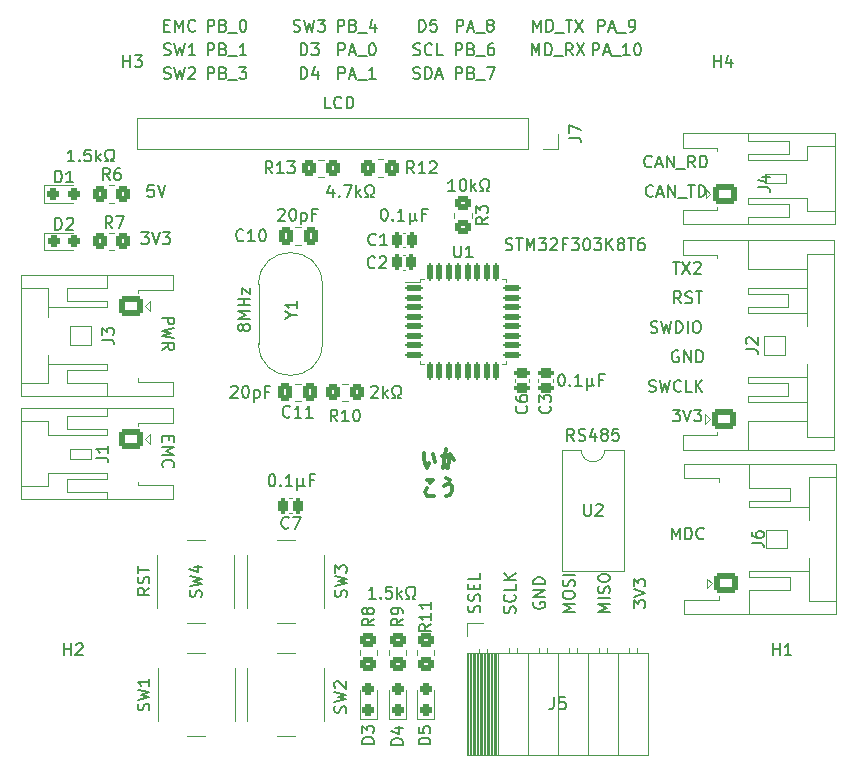
<source format=gto>
G04 #@! TF.GenerationSoftware,KiCad,Pcbnew,(6.0.8-1)-1*
G04 #@! TF.CreationDate,2023-04-27T22:08:01+09:00*
G04 #@! TF.ProjectId,ikako_f303,696b616b-6f5f-4663-9330-332e6b696361,rev?*
G04 #@! TF.SameCoordinates,Original*
G04 #@! TF.FileFunction,Legend,Top*
G04 #@! TF.FilePolarity,Positive*
%FSLAX46Y46*%
G04 Gerber Fmt 4.6, Leading zero omitted, Abs format (unit mm)*
G04 Created by KiCad (PCBNEW (6.0.8-1)-1) date 2023-04-27 22:08:01*
%MOMM*%
%LPD*%
G01*
G04 APERTURE LIST*
G04 Aperture macros list*
%AMRoundRect*
0 Rectangle with rounded corners*
0 $1 Rounding radius*
0 $2 $3 $4 $5 $6 $7 $8 $9 X,Y pos of 4 corners*
0 Add a 4 corners polygon primitive as box body*
4,1,4,$2,$3,$4,$5,$6,$7,$8,$9,$2,$3,0*
0 Add four circle primitives for the rounded corners*
1,1,$1+$1,$2,$3*
1,1,$1+$1,$4,$5*
1,1,$1+$1,$6,$7*
1,1,$1+$1,$8,$9*
0 Add four rect primitives between the rounded corners*
20,1,$1+$1,$2,$3,$4,$5,0*
20,1,$1+$1,$4,$5,$6,$7,0*
20,1,$1+$1,$6,$7,$8,$9,0*
20,1,$1+$1,$8,$9,$2,$3,0*%
G04 Aperture macros list end*
%ADD10C,0.150000*%
%ADD11C,0.300000*%
%ADD12C,0.120000*%
%ADD13RoundRect,0.250000X-0.450000X0.350000X-0.450000X-0.350000X0.450000X-0.350000X0.450000X0.350000X0*%
%ADD14RoundRect,0.250000X0.337500X0.475000X-0.337500X0.475000X-0.337500X-0.475000X0.337500X-0.475000X0*%
%ADD15C,1.500000*%
%ADD16RoundRect,0.237500X0.237500X-0.287500X0.237500X0.287500X-0.237500X0.287500X-0.237500X-0.287500X0*%
%ADD17C,2.000000*%
%ADD18C,0.800000*%
%ADD19C,6.400000*%
%ADD20RoundRect,0.208750X0.208750X0.431250X-0.208750X0.431250X-0.208750X-0.431250X0.208750X-0.431250X0*%
%ADD21R,1.700000X1.700000*%
%ADD22O,1.700000X1.700000*%
%ADD23RoundRect,0.237500X-0.287500X-0.237500X0.287500X-0.237500X0.287500X0.237500X-0.287500X0.237500X0*%
%ADD24RoundRect,0.250000X-0.350000X-0.450000X0.350000X-0.450000X0.350000X0.450000X-0.350000X0.450000X0*%
%ADD25RoundRect,0.250000X0.350000X0.450000X-0.350000X0.450000X-0.350000X-0.450000X0.350000X-0.450000X0*%
%ADD26R,1.600000X1.600000*%
%ADD27O,1.600000X1.600000*%
%ADD28O,2.000000X2.800000*%
%ADD29RoundRect,0.250000X0.725000X-0.600000X0.725000X0.600000X-0.725000X0.600000X-0.725000X-0.600000X0*%
%ADD30O,1.950000X1.700000*%
%ADD31RoundRect,0.125000X-0.625000X-0.125000X0.625000X-0.125000X0.625000X0.125000X-0.625000X0.125000X0*%
%ADD32RoundRect,0.125000X-0.125000X-0.625000X0.125000X-0.625000X0.125000X0.625000X-0.125000X0.625000X0*%
%ADD33RoundRect,0.250000X-0.725000X0.600000X-0.725000X-0.600000X0.725000X-0.600000X0.725000X0.600000X0*%
%ADD34RoundRect,0.208750X-0.431250X0.208750X-0.431250X-0.208750X0.431250X-0.208750X0.431250X0.208750X0*%
G04 APERTURE END LIST*
D10*
X120095238Y-60452380D02*
X119523809Y-60452380D01*
X119809523Y-60452380D02*
X119809523Y-59452380D01*
X119714285Y-59595238D01*
X119619047Y-59690476D01*
X119523809Y-59738095D01*
X120523809Y-60357142D02*
X120571428Y-60404761D01*
X120523809Y-60452380D01*
X120476190Y-60404761D01*
X120523809Y-60357142D01*
X120523809Y-60452380D01*
X121476190Y-59452380D02*
X121000000Y-59452380D01*
X120952380Y-59928571D01*
X121000000Y-59880952D01*
X121095238Y-59833333D01*
X121333333Y-59833333D01*
X121428571Y-59880952D01*
X121476190Y-59928571D01*
X121523809Y-60023809D01*
X121523809Y-60261904D01*
X121476190Y-60357142D01*
X121428571Y-60404761D01*
X121333333Y-60452380D01*
X121095238Y-60452380D01*
X121000000Y-60404761D01*
X120952380Y-60357142D01*
X121952380Y-60452380D02*
X121952380Y-59452380D01*
X122047619Y-60071428D02*
X122333333Y-60452380D01*
X122333333Y-59785714D02*
X121952380Y-60166666D01*
X122714285Y-60452380D02*
X122952380Y-60452380D01*
X122952380Y-60261904D01*
X122857142Y-60214285D01*
X122761904Y-60119047D01*
X122714285Y-59976190D01*
X122714285Y-59738095D01*
X122761904Y-59595238D01*
X122857142Y-59500000D01*
X123000000Y-59452380D01*
X123190476Y-59452380D01*
X123333333Y-59500000D01*
X123428571Y-59595238D01*
X123476190Y-59738095D01*
X123476190Y-59976190D01*
X123428571Y-60119047D01*
X123333333Y-60214285D01*
X123238095Y-60261904D01*
X123238095Y-60452380D01*
X123476190Y-60452380D01*
X171238095Y-76500000D02*
X171142857Y-76452380D01*
X171000000Y-76452380D01*
X170857142Y-76500000D01*
X170761904Y-76595238D01*
X170714285Y-76690476D01*
X170666666Y-76880952D01*
X170666666Y-77023809D01*
X170714285Y-77214285D01*
X170761904Y-77309523D01*
X170857142Y-77404761D01*
X171000000Y-77452380D01*
X171095238Y-77452380D01*
X171238095Y-77404761D01*
X171285714Y-77357142D01*
X171285714Y-77023809D01*
X171095238Y-77023809D01*
X171714285Y-77452380D02*
X171714285Y-76452380D01*
X172285714Y-77452380D01*
X172285714Y-76452380D01*
X172761904Y-77452380D02*
X172761904Y-76452380D01*
X173000000Y-76452380D01*
X173142857Y-76500000D01*
X173238095Y-76595238D01*
X173285714Y-76690476D01*
X173333333Y-76880952D01*
X173333333Y-77023809D01*
X173285714Y-77214285D01*
X173238095Y-77309523D01*
X173142857Y-77404761D01*
X173000000Y-77452380D01*
X172761904Y-77452380D01*
X127666666Y-53404761D02*
X127809523Y-53452380D01*
X128047619Y-53452380D01*
X128142857Y-53404761D01*
X128190476Y-53357142D01*
X128238095Y-53261904D01*
X128238095Y-53166666D01*
X128190476Y-53071428D01*
X128142857Y-53023809D01*
X128047619Y-52976190D01*
X127857142Y-52928571D01*
X127761904Y-52880952D01*
X127714285Y-52833333D01*
X127666666Y-52738095D01*
X127666666Y-52642857D01*
X127714285Y-52547619D01*
X127761904Y-52500000D01*
X127857142Y-52452380D01*
X128095238Y-52452380D01*
X128238095Y-52500000D01*
X128571428Y-52452380D02*
X128809523Y-53452380D01*
X129000000Y-52738095D01*
X129190476Y-53452380D01*
X129428571Y-52452380D01*
X129761904Y-52547619D02*
X129809523Y-52500000D01*
X129904761Y-52452380D01*
X130142857Y-52452380D01*
X130238095Y-52500000D01*
X130285714Y-52547619D01*
X130333333Y-52642857D01*
X130333333Y-52738095D01*
X130285714Y-52880952D01*
X129714285Y-53452380D01*
X130333333Y-53452380D01*
X142452380Y-51452380D02*
X142452380Y-50452380D01*
X142833333Y-50452380D01*
X142928571Y-50500000D01*
X142976190Y-50547619D01*
X143023809Y-50642857D01*
X143023809Y-50785714D01*
X142976190Y-50880952D01*
X142928571Y-50928571D01*
X142833333Y-50976190D01*
X142452380Y-50976190D01*
X143404761Y-51166666D02*
X143880952Y-51166666D01*
X143309523Y-51452380D02*
X143642857Y-50452380D01*
X143976190Y-51452380D01*
X144071428Y-51547619D02*
X144833333Y-51547619D01*
X145261904Y-50452380D02*
X145357142Y-50452380D01*
X145452380Y-50500000D01*
X145500000Y-50547619D01*
X145547619Y-50642857D01*
X145595238Y-50833333D01*
X145595238Y-51071428D01*
X145547619Y-51261904D01*
X145500000Y-51357142D01*
X145452380Y-51404761D01*
X145357142Y-51452380D01*
X145261904Y-51452380D01*
X145166666Y-51404761D01*
X145119047Y-51357142D01*
X145071428Y-51261904D01*
X145023809Y-51071428D01*
X145023809Y-50833333D01*
X145071428Y-50642857D01*
X145119047Y-50547619D01*
X145166666Y-50500000D01*
X145261904Y-50452380D01*
X165452380Y-98571428D02*
X164452380Y-98571428D01*
X165166666Y-98238095D01*
X164452380Y-97904761D01*
X165452380Y-97904761D01*
X165452380Y-97428571D02*
X164452380Y-97428571D01*
X165404761Y-97000000D02*
X165452380Y-96857142D01*
X165452380Y-96619047D01*
X165404761Y-96523809D01*
X165357142Y-96476190D01*
X165261904Y-96428571D01*
X165166666Y-96428571D01*
X165071428Y-96476190D01*
X165023809Y-96523809D01*
X164976190Y-96619047D01*
X164928571Y-96809523D01*
X164880952Y-96904761D01*
X164833333Y-96952380D01*
X164738095Y-97000000D01*
X164642857Y-97000000D01*
X164547619Y-96952380D01*
X164500000Y-96904761D01*
X164452380Y-96809523D01*
X164452380Y-96571428D01*
X164500000Y-96428571D01*
X164452380Y-95809523D02*
X164452380Y-95619047D01*
X164500000Y-95523809D01*
X164595238Y-95428571D01*
X164785714Y-95380952D01*
X165119047Y-95380952D01*
X165309523Y-95428571D01*
X165404761Y-95523809D01*
X165452380Y-95619047D01*
X165452380Y-95809523D01*
X165404761Y-95904761D01*
X165309523Y-96000000D01*
X165119047Y-96047619D01*
X164785714Y-96047619D01*
X164595238Y-96000000D01*
X164500000Y-95904761D01*
X164452380Y-95809523D01*
X141809523Y-55952380D02*
X141333333Y-55952380D01*
X141333333Y-54952380D01*
X142714285Y-55857142D02*
X142666666Y-55904761D01*
X142523809Y-55952380D01*
X142428571Y-55952380D01*
X142285714Y-55904761D01*
X142190476Y-55809523D01*
X142142857Y-55714285D01*
X142095238Y-55523809D01*
X142095238Y-55380952D01*
X142142857Y-55190476D01*
X142190476Y-55095238D01*
X142285714Y-55000000D01*
X142428571Y-54952380D01*
X142523809Y-54952380D01*
X142666666Y-55000000D01*
X142714285Y-55047619D01*
X143142857Y-55952380D02*
X143142857Y-54952380D01*
X143380952Y-54952380D01*
X143523809Y-55000000D01*
X143619047Y-55095238D01*
X143666666Y-55190476D01*
X143714285Y-55380952D01*
X143714285Y-55523809D01*
X143666666Y-55714285D01*
X143619047Y-55809523D01*
X143523809Y-55904761D01*
X143380952Y-55952380D01*
X143142857Y-55952380D01*
X169095238Y-63357142D02*
X169047619Y-63404761D01*
X168904761Y-63452380D01*
X168809523Y-63452380D01*
X168666666Y-63404761D01*
X168571428Y-63309523D01*
X168523809Y-63214285D01*
X168476190Y-63023809D01*
X168476190Y-62880952D01*
X168523809Y-62690476D01*
X168571428Y-62595238D01*
X168666666Y-62500000D01*
X168809523Y-62452380D01*
X168904761Y-62452380D01*
X169047619Y-62500000D01*
X169095238Y-62547619D01*
X169476190Y-63166666D02*
X169952380Y-63166666D01*
X169380952Y-63452380D02*
X169714285Y-62452380D01*
X170047619Y-63452380D01*
X170380952Y-63452380D02*
X170380952Y-62452380D01*
X170952380Y-63452380D01*
X170952380Y-62452380D01*
X171190476Y-63547619D02*
X171952380Y-63547619D01*
X172047619Y-62452380D02*
X172619047Y-62452380D01*
X172333333Y-63452380D02*
X172333333Y-62452380D01*
X172952380Y-63452380D02*
X172952380Y-62452380D01*
X173190476Y-62452380D01*
X173333333Y-62500000D01*
X173428571Y-62595238D01*
X173476190Y-62690476D01*
X173523809Y-62880952D01*
X173523809Y-63023809D01*
X173476190Y-63214285D01*
X173428571Y-63309523D01*
X173333333Y-63404761D01*
X173190476Y-63452380D01*
X172952380Y-63452380D01*
X145238095Y-79547619D02*
X145285714Y-79500000D01*
X145380952Y-79452380D01*
X145619047Y-79452380D01*
X145714285Y-79500000D01*
X145761904Y-79547619D01*
X145809523Y-79642857D01*
X145809523Y-79738095D01*
X145761904Y-79880952D01*
X145190476Y-80452380D01*
X145809523Y-80452380D01*
X146238095Y-80452380D02*
X146238095Y-79452380D01*
X146333333Y-80071428D02*
X146619047Y-80452380D01*
X146619047Y-79785714D02*
X146238095Y-80166666D01*
X147000000Y-80452380D02*
X147238095Y-80452380D01*
X147238095Y-80261904D01*
X147142857Y-80214285D01*
X147047619Y-80119047D01*
X147000000Y-79976190D01*
X147000000Y-79738095D01*
X147047619Y-79595238D01*
X147142857Y-79500000D01*
X147285714Y-79452380D01*
X147476190Y-79452380D01*
X147619047Y-79500000D01*
X147714285Y-79595238D01*
X147761904Y-79738095D01*
X147761904Y-79976190D01*
X147714285Y-80119047D01*
X147619047Y-80214285D01*
X147523809Y-80261904D01*
X147523809Y-80452380D01*
X147761904Y-80452380D01*
X134380952Y-74595238D02*
X134333333Y-74690476D01*
X134285714Y-74738095D01*
X134190476Y-74785714D01*
X134142857Y-74785714D01*
X134047619Y-74738095D01*
X134000000Y-74690476D01*
X133952380Y-74595238D01*
X133952380Y-74404761D01*
X134000000Y-74309523D01*
X134047619Y-74261904D01*
X134142857Y-74214285D01*
X134190476Y-74214285D01*
X134285714Y-74261904D01*
X134333333Y-74309523D01*
X134380952Y-74404761D01*
X134380952Y-74595238D01*
X134428571Y-74690476D01*
X134476190Y-74738095D01*
X134571428Y-74785714D01*
X134761904Y-74785714D01*
X134857142Y-74738095D01*
X134904761Y-74690476D01*
X134952380Y-74595238D01*
X134952380Y-74404761D01*
X134904761Y-74309523D01*
X134857142Y-74261904D01*
X134761904Y-74214285D01*
X134571428Y-74214285D01*
X134476190Y-74261904D01*
X134428571Y-74309523D01*
X134380952Y-74404761D01*
X134952380Y-73785714D02*
X133952380Y-73785714D01*
X134666666Y-73452380D01*
X133952380Y-73119047D01*
X134952380Y-73119047D01*
X134952380Y-72642857D02*
X133952380Y-72642857D01*
X134428571Y-72642857D02*
X134428571Y-72071428D01*
X134952380Y-72071428D02*
X133952380Y-72071428D01*
X134285714Y-71690476D02*
X134285714Y-71166666D01*
X134952380Y-71690476D01*
X134952380Y-71166666D01*
X128071428Y-83714285D02*
X128071428Y-84047619D01*
X127547619Y-84190476D02*
X127547619Y-83714285D01*
X128547619Y-83714285D01*
X128547619Y-84190476D01*
X127547619Y-84619047D02*
X128547619Y-84619047D01*
X127833333Y-84952380D01*
X128547619Y-85285714D01*
X127547619Y-85285714D01*
X127642857Y-86333333D02*
X127595238Y-86285714D01*
X127547619Y-86142857D01*
X127547619Y-86047619D01*
X127595238Y-85904761D01*
X127690476Y-85809523D01*
X127785714Y-85761904D01*
X127976190Y-85714285D01*
X128119047Y-85714285D01*
X128309523Y-85761904D01*
X128404761Y-85809523D01*
X128500000Y-85904761D01*
X128547619Y-86047619D01*
X128547619Y-86142857D01*
X128500000Y-86285714D01*
X128452380Y-86333333D01*
X139261904Y-53452380D02*
X139261904Y-52452380D01*
X139500000Y-52452380D01*
X139642857Y-52500000D01*
X139738095Y-52595238D01*
X139785714Y-52690476D01*
X139833333Y-52880952D01*
X139833333Y-53023809D01*
X139785714Y-53214285D01*
X139738095Y-53309523D01*
X139642857Y-53404761D01*
X139500000Y-53452380D01*
X139261904Y-53452380D01*
X140690476Y-52785714D02*
X140690476Y-53452380D01*
X140452380Y-52404761D02*
X140214285Y-53119047D01*
X140833333Y-53119047D01*
X127714285Y-48928571D02*
X128047619Y-48928571D01*
X128190476Y-49452380D02*
X127714285Y-49452380D01*
X127714285Y-48452380D01*
X128190476Y-48452380D01*
X128619047Y-49452380D02*
X128619047Y-48452380D01*
X128952380Y-49166666D01*
X129285714Y-48452380D01*
X129285714Y-49452380D01*
X130333333Y-49357142D02*
X130285714Y-49404761D01*
X130142857Y-49452380D01*
X130047619Y-49452380D01*
X129904761Y-49404761D01*
X129809523Y-49309523D01*
X129761904Y-49214285D01*
X129714285Y-49023809D01*
X129714285Y-48880952D01*
X129761904Y-48690476D01*
X129809523Y-48595238D01*
X129904761Y-48500000D01*
X130047619Y-48452380D01*
X130142857Y-48452380D01*
X130285714Y-48500000D01*
X130333333Y-48547619D01*
X148809523Y-51404761D02*
X148952380Y-51452380D01*
X149190476Y-51452380D01*
X149285714Y-51404761D01*
X149333333Y-51357142D01*
X149380952Y-51261904D01*
X149380952Y-51166666D01*
X149333333Y-51071428D01*
X149285714Y-51023809D01*
X149190476Y-50976190D01*
X149000000Y-50928571D01*
X148904761Y-50880952D01*
X148857142Y-50833333D01*
X148809523Y-50738095D01*
X148809523Y-50642857D01*
X148857142Y-50547619D01*
X148904761Y-50500000D01*
X149000000Y-50452380D01*
X149238095Y-50452380D01*
X149380952Y-50500000D01*
X150380952Y-51357142D02*
X150333333Y-51404761D01*
X150190476Y-51452380D01*
X150095238Y-51452380D01*
X149952380Y-51404761D01*
X149857142Y-51309523D01*
X149809523Y-51214285D01*
X149761904Y-51023809D01*
X149761904Y-50880952D01*
X149809523Y-50690476D01*
X149857142Y-50595238D01*
X149952380Y-50500000D01*
X150095238Y-50452380D01*
X150190476Y-50452380D01*
X150333333Y-50500000D01*
X150380952Y-50547619D01*
X151285714Y-51452380D02*
X150809523Y-51452380D01*
X150809523Y-50452380D01*
X126809523Y-62452380D02*
X126333333Y-62452380D01*
X126285714Y-62928571D01*
X126333333Y-62880952D01*
X126428571Y-62833333D01*
X126666666Y-62833333D01*
X126761904Y-62880952D01*
X126809523Y-62928571D01*
X126857142Y-63023809D01*
X126857142Y-63261904D01*
X126809523Y-63357142D01*
X126761904Y-63404761D01*
X126666666Y-63452380D01*
X126428571Y-63452380D01*
X126333333Y-63404761D01*
X126285714Y-63357142D01*
X127142857Y-62452380D02*
X127476190Y-63452380D01*
X127809523Y-62452380D01*
X158809523Y-51452380D02*
X158809523Y-50452380D01*
X159142857Y-51166666D01*
X159476190Y-50452380D01*
X159476190Y-51452380D01*
X159952380Y-51452380D02*
X159952380Y-50452380D01*
X160190476Y-50452380D01*
X160333333Y-50500000D01*
X160428571Y-50595238D01*
X160476190Y-50690476D01*
X160523809Y-50880952D01*
X160523809Y-51023809D01*
X160476190Y-51214285D01*
X160428571Y-51309523D01*
X160333333Y-51404761D01*
X160190476Y-51452380D01*
X159952380Y-51452380D01*
X160714285Y-51547619D02*
X161476190Y-51547619D01*
X162285714Y-51452380D02*
X161952380Y-50976190D01*
X161714285Y-51452380D02*
X161714285Y-50452380D01*
X162095238Y-50452380D01*
X162190476Y-50500000D01*
X162238095Y-50547619D01*
X162285714Y-50642857D01*
X162285714Y-50785714D01*
X162238095Y-50880952D01*
X162190476Y-50928571D01*
X162095238Y-50976190D01*
X161714285Y-50976190D01*
X162619047Y-50452380D02*
X163285714Y-51452380D01*
X163285714Y-50452380D02*
X162619047Y-51452380D01*
X157404761Y-98690476D02*
X157452380Y-98547619D01*
X157452380Y-98309523D01*
X157404761Y-98214285D01*
X157357142Y-98166666D01*
X157261904Y-98119047D01*
X157166666Y-98119047D01*
X157071428Y-98166666D01*
X157023809Y-98214285D01*
X156976190Y-98309523D01*
X156928571Y-98500000D01*
X156880952Y-98595238D01*
X156833333Y-98642857D01*
X156738095Y-98690476D01*
X156642857Y-98690476D01*
X156547619Y-98642857D01*
X156500000Y-98595238D01*
X156452380Y-98500000D01*
X156452380Y-98261904D01*
X156500000Y-98119047D01*
X157357142Y-97119047D02*
X157404761Y-97166666D01*
X157452380Y-97309523D01*
X157452380Y-97404761D01*
X157404761Y-97547619D01*
X157309523Y-97642857D01*
X157214285Y-97690476D01*
X157023809Y-97738095D01*
X156880952Y-97738095D01*
X156690476Y-97690476D01*
X156595238Y-97642857D01*
X156500000Y-97547619D01*
X156452380Y-97404761D01*
X156452380Y-97309523D01*
X156500000Y-97166666D01*
X156547619Y-97119047D01*
X157452380Y-96214285D02*
X157452380Y-96690476D01*
X156452380Y-96690476D01*
X157452380Y-95880952D02*
X156452380Y-95880952D01*
X157452380Y-95309523D02*
X156880952Y-95738095D01*
X156452380Y-95309523D02*
X157023809Y-95880952D01*
X136785714Y-86952380D02*
X136880952Y-86952380D01*
X136976190Y-87000000D01*
X137023809Y-87047619D01*
X137071428Y-87142857D01*
X137119047Y-87333333D01*
X137119047Y-87571428D01*
X137071428Y-87761904D01*
X137023809Y-87857142D01*
X136976190Y-87904761D01*
X136880952Y-87952380D01*
X136785714Y-87952380D01*
X136690476Y-87904761D01*
X136642857Y-87857142D01*
X136595238Y-87761904D01*
X136547619Y-87571428D01*
X136547619Y-87333333D01*
X136595238Y-87142857D01*
X136642857Y-87047619D01*
X136690476Y-87000000D01*
X136785714Y-86952380D01*
X137547619Y-87857142D02*
X137595238Y-87904761D01*
X137547619Y-87952380D01*
X137500000Y-87904761D01*
X137547619Y-87857142D01*
X137547619Y-87952380D01*
X138547619Y-87952380D02*
X137976190Y-87952380D01*
X138261904Y-87952380D02*
X138261904Y-86952380D01*
X138166666Y-87095238D01*
X138071428Y-87190476D01*
X137976190Y-87238095D01*
X138976190Y-87285714D02*
X138976190Y-88285714D01*
X139452380Y-87809523D02*
X139500000Y-87904761D01*
X139595238Y-87952380D01*
X138976190Y-87809523D02*
X139023809Y-87904761D01*
X139119047Y-87952380D01*
X139309523Y-87952380D01*
X139404761Y-87904761D01*
X139452380Y-87809523D01*
X139452380Y-87285714D01*
X140357142Y-87428571D02*
X140023809Y-87428571D01*
X140023809Y-87952380D02*
X140023809Y-86952380D01*
X140500000Y-86952380D01*
X152380952Y-53452380D02*
X152380952Y-52452380D01*
X152761904Y-52452380D01*
X152857142Y-52500000D01*
X152904761Y-52547619D01*
X152952380Y-52642857D01*
X152952380Y-52785714D01*
X152904761Y-52880952D01*
X152857142Y-52928571D01*
X152761904Y-52976190D01*
X152380952Y-52976190D01*
X153714285Y-52928571D02*
X153857142Y-52976190D01*
X153904761Y-53023809D01*
X153952380Y-53119047D01*
X153952380Y-53261904D01*
X153904761Y-53357142D01*
X153857142Y-53404761D01*
X153761904Y-53452380D01*
X153380952Y-53452380D01*
X153380952Y-52452380D01*
X153714285Y-52452380D01*
X153809523Y-52500000D01*
X153857142Y-52547619D01*
X153904761Y-52642857D01*
X153904761Y-52738095D01*
X153857142Y-52833333D01*
X153809523Y-52880952D01*
X153714285Y-52928571D01*
X153380952Y-52928571D01*
X154142857Y-53547619D02*
X154904761Y-53547619D01*
X155047619Y-52452380D02*
X155714285Y-52452380D01*
X155285714Y-53452380D01*
X126452380Y-96547619D02*
X125976190Y-96880952D01*
X126452380Y-97119047D02*
X125452380Y-97119047D01*
X125452380Y-96738095D01*
X125500000Y-96642857D01*
X125547619Y-96595238D01*
X125642857Y-96547619D01*
X125785714Y-96547619D01*
X125880952Y-96595238D01*
X125928571Y-96642857D01*
X125976190Y-96738095D01*
X125976190Y-97119047D01*
X126404761Y-96166666D02*
X126452380Y-96023809D01*
X126452380Y-95785714D01*
X126404761Y-95690476D01*
X126357142Y-95642857D01*
X126261904Y-95595238D01*
X126166666Y-95595238D01*
X126071428Y-95642857D01*
X126023809Y-95690476D01*
X125976190Y-95785714D01*
X125928571Y-95976190D01*
X125880952Y-96071428D01*
X125833333Y-96119047D01*
X125738095Y-96166666D01*
X125642857Y-96166666D01*
X125547619Y-96119047D01*
X125500000Y-96071428D01*
X125452380Y-95976190D01*
X125452380Y-95738095D01*
X125500000Y-95595238D01*
X125452380Y-95309523D02*
X125452380Y-94738095D01*
X126452380Y-95023809D02*
X125452380Y-95023809D01*
X162404761Y-84092380D02*
X162071428Y-83616190D01*
X161833333Y-84092380D02*
X161833333Y-83092380D01*
X162214285Y-83092380D01*
X162309523Y-83140000D01*
X162357142Y-83187619D01*
X162404761Y-83282857D01*
X162404761Y-83425714D01*
X162357142Y-83520952D01*
X162309523Y-83568571D01*
X162214285Y-83616190D01*
X161833333Y-83616190D01*
X162785714Y-84044761D02*
X162928571Y-84092380D01*
X163166666Y-84092380D01*
X163261904Y-84044761D01*
X163309523Y-83997142D01*
X163357142Y-83901904D01*
X163357142Y-83806666D01*
X163309523Y-83711428D01*
X163261904Y-83663809D01*
X163166666Y-83616190D01*
X162976190Y-83568571D01*
X162880952Y-83520952D01*
X162833333Y-83473333D01*
X162785714Y-83378095D01*
X162785714Y-83282857D01*
X162833333Y-83187619D01*
X162880952Y-83140000D01*
X162976190Y-83092380D01*
X163214285Y-83092380D01*
X163357142Y-83140000D01*
X164214285Y-83425714D02*
X164214285Y-84092380D01*
X163976190Y-83044761D02*
X163738095Y-83759047D01*
X164357142Y-83759047D01*
X164880952Y-83520952D02*
X164785714Y-83473333D01*
X164738095Y-83425714D01*
X164690476Y-83330476D01*
X164690476Y-83282857D01*
X164738095Y-83187619D01*
X164785714Y-83140000D01*
X164880952Y-83092380D01*
X165071428Y-83092380D01*
X165166666Y-83140000D01*
X165214285Y-83187619D01*
X165261904Y-83282857D01*
X165261904Y-83330476D01*
X165214285Y-83425714D01*
X165166666Y-83473333D01*
X165071428Y-83520952D01*
X164880952Y-83520952D01*
X164785714Y-83568571D01*
X164738095Y-83616190D01*
X164690476Y-83711428D01*
X164690476Y-83901904D01*
X164738095Y-83997142D01*
X164785714Y-84044761D01*
X164880952Y-84092380D01*
X165071428Y-84092380D01*
X165166666Y-84044761D01*
X165214285Y-83997142D01*
X165261904Y-83901904D01*
X165261904Y-83711428D01*
X165214285Y-83616190D01*
X165166666Y-83568571D01*
X165071428Y-83520952D01*
X166166666Y-83092380D02*
X165690476Y-83092380D01*
X165642857Y-83568571D01*
X165690476Y-83520952D01*
X165785714Y-83473333D01*
X166023809Y-83473333D01*
X166119047Y-83520952D01*
X166166666Y-83568571D01*
X166214285Y-83663809D01*
X166214285Y-83901904D01*
X166166666Y-83997142D01*
X166119047Y-84044761D01*
X166023809Y-84092380D01*
X165785714Y-84092380D01*
X165690476Y-84044761D01*
X165642857Y-83997142D01*
X145595238Y-97452380D02*
X145023809Y-97452380D01*
X145309523Y-97452380D02*
X145309523Y-96452380D01*
X145214285Y-96595238D01*
X145119047Y-96690476D01*
X145023809Y-96738095D01*
X146023809Y-97357142D02*
X146071428Y-97404761D01*
X146023809Y-97452380D01*
X145976190Y-97404761D01*
X146023809Y-97357142D01*
X146023809Y-97452380D01*
X146976190Y-96452380D02*
X146500000Y-96452380D01*
X146452380Y-96928571D01*
X146500000Y-96880952D01*
X146595238Y-96833333D01*
X146833333Y-96833333D01*
X146928571Y-96880952D01*
X146976190Y-96928571D01*
X147023809Y-97023809D01*
X147023809Y-97261904D01*
X146976190Y-97357142D01*
X146928571Y-97404761D01*
X146833333Y-97452380D01*
X146595238Y-97452380D01*
X146500000Y-97404761D01*
X146452380Y-97357142D01*
X147452380Y-97452380D02*
X147452380Y-96452380D01*
X147547619Y-97071428D02*
X147833333Y-97452380D01*
X147833333Y-96785714D02*
X147452380Y-97166666D01*
X148214285Y-97452380D02*
X148452380Y-97452380D01*
X148452380Y-97261904D01*
X148357142Y-97214285D01*
X148261904Y-97119047D01*
X148214285Y-96976190D01*
X148214285Y-96738095D01*
X148261904Y-96595238D01*
X148357142Y-96500000D01*
X148500000Y-96452380D01*
X148690476Y-96452380D01*
X148833333Y-96500000D01*
X148928571Y-96595238D01*
X148976190Y-96738095D01*
X148976190Y-96976190D01*
X148928571Y-97119047D01*
X148833333Y-97214285D01*
X148738095Y-97261904D01*
X148738095Y-97452380D01*
X148976190Y-97452380D01*
X156619047Y-67904761D02*
X156761904Y-67952380D01*
X157000000Y-67952380D01*
X157095238Y-67904761D01*
X157142857Y-67857142D01*
X157190476Y-67761904D01*
X157190476Y-67666666D01*
X157142857Y-67571428D01*
X157095238Y-67523809D01*
X157000000Y-67476190D01*
X156809523Y-67428571D01*
X156714285Y-67380952D01*
X156666666Y-67333333D01*
X156619047Y-67238095D01*
X156619047Y-67142857D01*
X156666666Y-67047619D01*
X156714285Y-67000000D01*
X156809523Y-66952380D01*
X157047619Y-66952380D01*
X157190476Y-67000000D01*
X157476190Y-66952380D02*
X158047619Y-66952380D01*
X157761904Y-67952380D02*
X157761904Y-66952380D01*
X158380952Y-67952380D02*
X158380952Y-66952380D01*
X158714285Y-67666666D01*
X159047619Y-66952380D01*
X159047619Y-67952380D01*
X159428571Y-66952380D02*
X160047619Y-66952380D01*
X159714285Y-67333333D01*
X159857142Y-67333333D01*
X159952380Y-67380952D01*
X160000000Y-67428571D01*
X160047619Y-67523809D01*
X160047619Y-67761904D01*
X160000000Y-67857142D01*
X159952380Y-67904761D01*
X159857142Y-67952380D01*
X159571428Y-67952380D01*
X159476190Y-67904761D01*
X159428571Y-67857142D01*
X160428571Y-67047619D02*
X160476190Y-67000000D01*
X160571428Y-66952380D01*
X160809523Y-66952380D01*
X160904761Y-67000000D01*
X160952380Y-67047619D01*
X161000000Y-67142857D01*
X161000000Y-67238095D01*
X160952380Y-67380952D01*
X160380952Y-67952380D01*
X161000000Y-67952380D01*
X161761904Y-67428571D02*
X161428571Y-67428571D01*
X161428571Y-67952380D02*
X161428571Y-66952380D01*
X161904761Y-66952380D01*
X162190476Y-66952380D02*
X162809523Y-66952380D01*
X162476190Y-67333333D01*
X162619047Y-67333333D01*
X162714285Y-67380952D01*
X162761904Y-67428571D01*
X162809523Y-67523809D01*
X162809523Y-67761904D01*
X162761904Y-67857142D01*
X162714285Y-67904761D01*
X162619047Y-67952380D01*
X162333333Y-67952380D01*
X162238095Y-67904761D01*
X162190476Y-67857142D01*
X163428571Y-66952380D02*
X163523809Y-66952380D01*
X163619047Y-67000000D01*
X163666666Y-67047619D01*
X163714285Y-67142857D01*
X163761904Y-67333333D01*
X163761904Y-67571428D01*
X163714285Y-67761904D01*
X163666666Y-67857142D01*
X163619047Y-67904761D01*
X163523809Y-67952380D01*
X163428571Y-67952380D01*
X163333333Y-67904761D01*
X163285714Y-67857142D01*
X163238095Y-67761904D01*
X163190476Y-67571428D01*
X163190476Y-67333333D01*
X163238095Y-67142857D01*
X163285714Y-67047619D01*
X163333333Y-67000000D01*
X163428571Y-66952380D01*
X164095238Y-66952380D02*
X164714285Y-66952380D01*
X164380952Y-67333333D01*
X164523809Y-67333333D01*
X164619047Y-67380952D01*
X164666666Y-67428571D01*
X164714285Y-67523809D01*
X164714285Y-67761904D01*
X164666666Y-67857142D01*
X164619047Y-67904761D01*
X164523809Y-67952380D01*
X164238095Y-67952380D01*
X164142857Y-67904761D01*
X164095238Y-67857142D01*
X165142857Y-67952380D02*
X165142857Y-66952380D01*
X165714285Y-67952380D02*
X165285714Y-67380952D01*
X165714285Y-66952380D02*
X165142857Y-67523809D01*
X166285714Y-67380952D02*
X166190476Y-67333333D01*
X166142857Y-67285714D01*
X166095238Y-67190476D01*
X166095238Y-67142857D01*
X166142857Y-67047619D01*
X166190476Y-67000000D01*
X166285714Y-66952380D01*
X166476190Y-66952380D01*
X166571428Y-67000000D01*
X166619047Y-67047619D01*
X166666666Y-67142857D01*
X166666666Y-67190476D01*
X166619047Y-67285714D01*
X166571428Y-67333333D01*
X166476190Y-67380952D01*
X166285714Y-67380952D01*
X166190476Y-67428571D01*
X166142857Y-67476190D01*
X166095238Y-67571428D01*
X166095238Y-67761904D01*
X166142857Y-67857142D01*
X166190476Y-67904761D01*
X166285714Y-67952380D01*
X166476190Y-67952380D01*
X166571428Y-67904761D01*
X166619047Y-67857142D01*
X166666666Y-67761904D01*
X166666666Y-67571428D01*
X166619047Y-67476190D01*
X166571428Y-67428571D01*
X166476190Y-67380952D01*
X166952380Y-66952380D02*
X167523809Y-66952380D01*
X167238095Y-67952380D02*
X167238095Y-66952380D01*
X168285714Y-66952380D02*
X168095238Y-66952380D01*
X168000000Y-67000000D01*
X167952380Y-67047619D01*
X167857142Y-67190476D01*
X167809523Y-67380952D01*
X167809523Y-67761904D01*
X167857142Y-67857142D01*
X167904761Y-67904761D01*
X168000000Y-67952380D01*
X168190476Y-67952380D01*
X168285714Y-67904761D01*
X168333333Y-67857142D01*
X168380952Y-67761904D01*
X168380952Y-67523809D01*
X168333333Y-67428571D01*
X168285714Y-67380952D01*
X168190476Y-67333333D01*
X168000000Y-67333333D01*
X167904761Y-67380952D01*
X167857142Y-67428571D01*
X167809523Y-67523809D01*
X131380952Y-51452380D02*
X131380952Y-50452380D01*
X131761904Y-50452380D01*
X131857142Y-50500000D01*
X131904761Y-50547619D01*
X131952380Y-50642857D01*
X131952380Y-50785714D01*
X131904761Y-50880952D01*
X131857142Y-50928571D01*
X131761904Y-50976190D01*
X131380952Y-50976190D01*
X132714285Y-50928571D02*
X132857142Y-50976190D01*
X132904761Y-51023809D01*
X132952380Y-51119047D01*
X132952380Y-51261904D01*
X132904761Y-51357142D01*
X132857142Y-51404761D01*
X132761904Y-51452380D01*
X132380952Y-51452380D01*
X132380952Y-50452380D01*
X132714285Y-50452380D01*
X132809523Y-50500000D01*
X132857142Y-50547619D01*
X132904761Y-50642857D01*
X132904761Y-50738095D01*
X132857142Y-50833333D01*
X132809523Y-50880952D01*
X132714285Y-50928571D01*
X132380952Y-50928571D01*
X133142857Y-51547619D02*
X133904761Y-51547619D01*
X134666666Y-51452380D02*
X134095238Y-51452380D01*
X134380952Y-51452380D02*
X134380952Y-50452380D01*
X134285714Y-50595238D01*
X134190476Y-50690476D01*
X134095238Y-50738095D01*
X152452380Y-49452380D02*
X152452380Y-48452380D01*
X152833333Y-48452380D01*
X152928571Y-48500000D01*
X152976190Y-48547619D01*
X153023809Y-48642857D01*
X153023809Y-48785714D01*
X152976190Y-48880952D01*
X152928571Y-48928571D01*
X152833333Y-48976190D01*
X152452380Y-48976190D01*
X153404761Y-49166666D02*
X153880952Y-49166666D01*
X153309523Y-49452380D02*
X153642857Y-48452380D01*
X153976190Y-49452380D01*
X154071428Y-49547619D02*
X154833333Y-49547619D01*
X155214285Y-48880952D02*
X155119047Y-48833333D01*
X155071428Y-48785714D01*
X155023809Y-48690476D01*
X155023809Y-48642857D01*
X155071428Y-48547619D01*
X155119047Y-48500000D01*
X155214285Y-48452380D01*
X155404761Y-48452380D01*
X155500000Y-48500000D01*
X155547619Y-48547619D01*
X155595238Y-48642857D01*
X155595238Y-48690476D01*
X155547619Y-48785714D01*
X155500000Y-48833333D01*
X155404761Y-48880952D01*
X155214285Y-48880952D01*
X155119047Y-48928571D01*
X155071428Y-48976190D01*
X155023809Y-49071428D01*
X155023809Y-49261904D01*
X155071428Y-49357142D01*
X155119047Y-49404761D01*
X155214285Y-49452380D01*
X155404761Y-49452380D01*
X155500000Y-49404761D01*
X155547619Y-49357142D01*
X155595238Y-49261904D01*
X155595238Y-49071428D01*
X155547619Y-48976190D01*
X155500000Y-48928571D01*
X155404761Y-48880952D01*
X168738095Y-79904761D02*
X168880952Y-79952380D01*
X169119047Y-79952380D01*
X169214285Y-79904761D01*
X169261904Y-79857142D01*
X169309523Y-79761904D01*
X169309523Y-79666666D01*
X169261904Y-79571428D01*
X169214285Y-79523809D01*
X169119047Y-79476190D01*
X168928571Y-79428571D01*
X168833333Y-79380952D01*
X168785714Y-79333333D01*
X168738095Y-79238095D01*
X168738095Y-79142857D01*
X168785714Y-79047619D01*
X168833333Y-79000000D01*
X168928571Y-78952380D01*
X169166666Y-78952380D01*
X169309523Y-79000000D01*
X169642857Y-78952380D02*
X169880952Y-79952380D01*
X170071428Y-79238095D01*
X170261904Y-79952380D01*
X170500000Y-78952380D01*
X171452380Y-79857142D02*
X171404761Y-79904761D01*
X171261904Y-79952380D01*
X171166666Y-79952380D01*
X171023809Y-79904761D01*
X170928571Y-79809523D01*
X170880952Y-79714285D01*
X170833333Y-79523809D01*
X170833333Y-79380952D01*
X170880952Y-79190476D01*
X170928571Y-79095238D01*
X171023809Y-79000000D01*
X171166666Y-78952380D01*
X171261904Y-78952380D01*
X171404761Y-79000000D01*
X171452380Y-79047619D01*
X172357142Y-79952380D02*
X171880952Y-79952380D01*
X171880952Y-78952380D01*
X172690476Y-79952380D02*
X172690476Y-78952380D01*
X173261904Y-79952380D02*
X172833333Y-79380952D01*
X173261904Y-78952380D02*
X172690476Y-79523809D01*
X139261904Y-51452380D02*
X139261904Y-50452380D01*
X139500000Y-50452380D01*
X139642857Y-50500000D01*
X139738095Y-50595238D01*
X139785714Y-50690476D01*
X139833333Y-50880952D01*
X139833333Y-51023809D01*
X139785714Y-51214285D01*
X139738095Y-51309523D01*
X139642857Y-51404761D01*
X139500000Y-51452380D01*
X139261904Y-51452380D01*
X140166666Y-50452380D02*
X140785714Y-50452380D01*
X140452380Y-50833333D01*
X140595238Y-50833333D01*
X140690476Y-50880952D01*
X140738095Y-50928571D01*
X140785714Y-51023809D01*
X140785714Y-51261904D01*
X140738095Y-51357142D01*
X140690476Y-51404761D01*
X140595238Y-51452380D01*
X140309523Y-51452380D01*
X140214285Y-51404761D01*
X140166666Y-51357142D01*
X163976190Y-51452380D02*
X163976190Y-50452380D01*
X164357142Y-50452380D01*
X164452380Y-50500000D01*
X164500000Y-50547619D01*
X164547619Y-50642857D01*
X164547619Y-50785714D01*
X164500000Y-50880952D01*
X164452380Y-50928571D01*
X164357142Y-50976190D01*
X163976190Y-50976190D01*
X164928571Y-51166666D02*
X165404761Y-51166666D01*
X164833333Y-51452380D02*
X165166666Y-50452380D01*
X165500000Y-51452380D01*
X165595238Y-51547619D02*
X166357142Y-51547619D01*
X167119047Y-51452380D02*
X166547619Y-51452380D01*
X166833333Y-51452380D02*
X166833333Y-50452380D01*
X166738095Y-50595238D01*
X166642857Y-50690476D01*
X166547619Y-50738095D01*
X167738095Y-50452380D02*
X167833333Y-50452380D01*
X167928571Y-50500000D01*
X167976190Y-50547619D01*
X168023809Y-50642857D01*
X168071428Y-50833333D01*
X168071428Y-51071428D01*
X168023809Y-51261904D01*
X167976190Y-51357142D01*
X167928571Y-51404761D01*
X167833333Y-51452380D01*
X167738095Y-51452380D01*
X167642857Y-51404761D01*
X167595238Y-51357142D01*
X167547619Y-51261904D01*
X167500000Y-51071428D01*
X167500000Y-50833333D01*
X167547619Y-50642857D01*
X167595238Y-50547619D01*
X167642857Y-50500000D01*
X167738095Y-50452380D01*
X170761904Y-68952380D02*
X171333333Y-68952380D01*
X171047619Y-69952380D02*
X171047619Y-68952380D01*
X171571428Y-68952380D02*
X172238095Y-69952380D01*
X172238095Y-68952380D02*
X171571428Y-69952380D01*
X172571428Y-69047619D02*
X172619047Y-69000000D01*
X172714285Y-68952380D01*
X172952380Y-68952380D01*
X173047619Y-69000000D01*
X173095238Y-69047619D01*
X173142857Y-69142857D01*
X173142857Y-69238095D01*
X173095238Y-69380952D01*
X172523809Y-69952380D01*
X173142857Y-69952380D01*
X162452380Y-98571428D02*
X161452380Y-98571428D01*
X162166666Y-98238095D01*
X161452380Y-97904761D01*
X162452380Y-97904761D01*
X161452380Y-97238095D02*
X161452380Y-97047619D01*
X161500000Y-96952380D01*
X161595238Y-96857142D01*
X161785714Y-96809523D01*
X162119047Y-96809523D01*
X162309523Y-96857142D01*
X162404761Y-96952380D01*
X162452380Y-97047619D01*
X162452380Y-97238095D01*
X162404761Y-97333333D01*
X162309523Y-97428571D01*
X162119047Y-97476190D01*
X161785714Y-97476190D01*
X161595238Y-97428571D01*
X161500000Y-97333333D01*
X161452380Y-97238095D01*
X162404761Y-96428571D02*
X162452380Y-96285714D01*
X162452380Y-96047619D01*
X162404761Y-95952380D01*
X162357142Y-95904761D01*
X162261904Y-95857142D01*
X162166666Y-95857142D01*
X162071428Y-95904761D01*
X162023809Y-95952380D01*
X161976190Y-96047619D01*
X161928571Y-96238095D01*
X161880952Y-96333333D01*
X161833333Y-96380952D01*
X161738095Y-96428571D01*
X161642857Y-96428571D01*
X161547619Y-96380952D01*
X161500000Y-96333333D01*
X161452380Y-96238095D01*
X161452380Y-96000000D01*
X161500000Y-95857142D01*
X162452380Y-95428571D02*
X161452380Y-95428571D01*
X152333333Y-62952380D02*
X151761904Y-62952380D01*
X152047619Y-62952380D02*
X152047619Y-61952380D01*
X151952380Y-62095238D01*
X151857142Y-62190476D01*
X151761904Y-62238095D01*
X152952380Y-61952380D02*
X153047619Y-61952380D01*
X153142857Y-62000000D01*
X153190476Y-62047619D01*
X153238095Y-62142857D01*
X153285714Y-62333333D01*
X153285714Y-62571428D01*
X153238095Y-62761904D01*
X153190476Y-62857142D01*
X153142857Y-62904761D01*
X153047619Y-62952380D01*
X152952380Y-62952380D01*
X152857142Y-62904761D01*
X152809523Y-62857142D01*
X152761904Y-62761904D01*
X152714285Y-62571428D01*
X152714285Y-62333333D01*
X152761904Y-62142857D01*
X152809523Y-62047619D01*
X152857142Y-62000000D01*
X152952380Y-61952380D01*
X153714285Y-62952380D02*
X153714285Y-61952380D01*
X153809523Y-62571428D02*
X154095238Y-62952380D01*
X154095238Y-62285714D02*
X153714285Y-62666666D01*
X154476190Y-62952380D02*
X154714285Y-62952380D01*
X154714285Y-62761904D01*
X154619047Y-62714285D01*
X154523809Y-62619047D01*
X154476190Y-62476190D01*
X154476190Y-62238095D01*
X154523809Y-62095238D01*
X154619047Y-62000000D01*
X154761904Y-61952380D01*
X154952380Y-61952380D01*
X155095238Y-62000000D01*
X155190476Y-62095238D01*
X155238095Y-62238095D01*
X155238095Y-62476190D01*
X155190476Y-62619047D01*
X155095238Y-62714285D01*
X155000000Y-62761904D01*
X155000000Y-62952380D01*
X155238095Y-62952380D01*
X170761904Y-81452380D02*
X171380952Y-81452380D01*
X171047619Y-81833333D01*
X171190476Y-81833333D01*
X171285714Y-81880952D01*
X171333333Y-81928571D01*
X171380952Y-82023809D01*
X171380952Y-82261904D01*
X171333333Y-82357142D01*
X171285714Y-82404761D01*
X171190476Y-82452380D01*
X170904761Y-82452380D01*
X170809523Y-82404761D01*
X170761904Y-82357142D01*
X171666666Y-81452380D02*
X172000000Y-82452380D01*
X172333333Y-81452380D01*
X172571428Y-81452380D02*
X173190476Y-81452380D01*
X172857142Y-81833333D01*
X173000000Y-81833333D01*
X173095238Y-81880952D01*
X173142857Y-81928571D01*
X173190476Y-82023809D01*
X173190476Y-82261904D01*
X173142857Y-82357142D01*
X173095238Y-82404761D01*
X173000000Y-82452380D01*
X172714285Y-82452380D01*
X172619047Y-82404761D01*
X172571428Y-82357142D01*
X142452380Y-53452380D02*
X142452380Y-52452380D01*
X142833333Y-52452380D01*
X142928571Y-52500000D01*
X142976190Y-52547619D01*
X143023809Y-52642857D01*
X143023809Y-52785714D01*
X142976190Y-52880952D01*
X142928571Y-52928571D01*
X142833333Y-52976190D01*
X142452380Y-52976190D01*
X143404761Y-53166666D02*
X143880952Y-53166666D01*
X143309523Y-53452380D02*
X143642857Y-52452380D01*
X143976190Y-53452380D01*
X144071428Y-53547619D02*
X144833333Y-53547619D01*
X145595238Y-53452380D02*
X145023809Y-53452380D01*
X145309523Y-53452380D02*
X145309523Y-52452380D01*
X145214285Y-52595238D01*
X145119047Y-52690476D01*
X145023809Y-52738095D01*
X125761904Y-66452380D02*
X126380952Y-66452380D01*
X126047619Y-66833333D01*
X126190476Y-66833333D01*
X126285714Y-66880952D01*
X126333333Y-66928571D01*
X126380952Y-67023809D01*
X126380952Y-67261904D01*
X126333333Y-67357142D01*
X126285714Y-67404761D01*
X126190476Y-67452380D01*
X125904761Y-67452380D01*
X125809523Y-67404761D01*
X125761904Y-67357142D01*
X126666666Y-66452380D02*
X127000000Y-67452380D01*
X127333333Y-66452380D01*
X127571428Y-66452380D02*
X128190476Y-66452380D01*
X127857142Y-66833333D01*
X128000000Y-66833333D01*
X128095238Y-66880952D01*
X128142857Y-66928571D01*
X128190476Y-67023809D01*
X128190476Y-67261904D01*
X128142857Y-67357142D01*
X128095238Y-67404761D01*
X128000000Y-67452380D01*
X127714285Y-67452380D01*
X127619047Y-67404761D01*
X127571428Y-67357142D01*
X133357142Y-79547619D02*
X133404761Y-79500000D01*
X133500000Y-79452380D01*
X133738095Y-79452380D01*
X133833333Y-79500000D01*
X133880952Y-79547619D01*
X133928571Y-79642857D01*
X133928571Y-79738095D01*
X133880952Y-79880952D01*
X133309523Y-80452380D01*
X133928571Y-80452380D01*
X134547619Y-79452380D02*
X134642857Y-79452380D01*
X134738095Y-79500000D01*
X134785714Y-79547619D01*
X134833333Y-79642857D01*
X134880952Y-79833333D01*
X134880952Y-80071428D01*
X134833333Y-80261904D01*
X134785714Y-80357142D01*
X134738095Y-80404761D01*
X134642857Y-80452380D01*
X134547619Y-80452380D01*
X134452380Y-80404761D01*
X134404761Y-80357142D01*
X134357142Y-80261904D01*
X134309523Y-80071428D01*
X134309523Y-79833333D01*
X134357142Y-79642857D01*
X134404761Y-79547619D01*
X134452380Y-79500000D01*
X134547619Y-79452380D01*
X135309523Y-79785714D02*
X135309523Y-80785714D01*
X135309523Y-79833333D02*
X135404761Y-79785714D01*
X135595238Y-79785714D01*
X135690476Y-79833333D01*
X135738095Y-79880952D01*
X135785714Y-79976190D01*
X135785714Y-80261904D01*
X135738095Y-80357142D01*
X135690476Y-80404761D01*
X135595238Y-80452380D01*
X135404761Y-80452380D01*
X135309523Y-80404761D01*
X136547619Y-79928571D02*
X136214285Y-79928571D01*
X136214285Y-80452380D02*
X136214285Y-79452380D01*
X136690476Y-79452380D01*
X127547619Y-73666666D02*
X128547619Y-73666666D01*
X128547619Y-74047619D01*
X128500000Y-74142857D01*
X128452380Y-74190476D01*
X128357142Y-74238095D01*
X128214285Y-74238095D01*
X128119047Y-74190476D01*
X128071428Y-74142857D01*
X128023809Y-74047619D01*
X128023809Y-73666666D01*
X128547619Y-74571428D02*
X127547619Y-74809523D01*
X128261904Y-75000000D01*
X127547619Y-75190476D01*
X128547619Y-75428571D01*
X127547619Y-76380952D02*
X128023809Y-76047619D01*
X127547619Y-75809523D02*
X128547619Y-75809523D01*
X128547619Y-76190476D01*
X128500000Y-76285714D01*
X128452380Y-76333333D01*
X128357142Y-76380952D01*
X128214285Y-76380952D01*
X128119047Y-76333333D01*
X128071428Y-76285714D01*
X128023809Y-76190476D01*
X128023809Y-75809523D01*
X142000000Y-62785714D02*
X142000000Y-63452380D01*
X141761904Y-62404761D02*
X141523809Y-63119047D01*
X142142857Y-63119047D01*
X142523809Y-63357142D02*
X142571428Y-63404761D01*
X142523809Y-63452380D01*
X142476190Y-63404761D01*
X142523809Y-63357142D01*
X142523809Y-63452380D01*
X142904761Y-62452380D02*
X143571428Y-62452380D01*
X143142857Y-63452380D01*
X143952380Y-63452380D02*
X143952380Y-62452380D01*
X144047619Y-63071428D02*
X144333333Y-63452380D01*
X144333333Y-62785714D02*
X143952380Y-63166666D01*
X144714285Y-63452380D02*
X144952380Y-63452380D01*
X144952380Y-63261904D01*
X144857142Y-63214285D01*
X144761904Y-63119047D01*
X144714285Y-62976190D01*
X144714285Y-62738095D01*
X144761904Y-62595238D01*
X144857142Y-62500000D01*
X145000000Y-62452380D01*
X145190476Y-62452380D01*
X145333333Y-62500000D01*
X145428571Y-62595238D01*
X145476190Y-62738095D01*
X145476190Y-62976190D01*
X145428571Y-63119047D01*
X145333333Y-63214285D01*
X145238095Y-63261904D01*
X145238095Y-63452380D01*
X145476190Y-63452380D01*
X137357142Y-64547619D02*
X137404761Y-64500000D01*
X137500000Y-64452380D01*
X137738095Y-64452380D01*
X137833333Y-64500000D01*
X137880952Y-64547619D01*
X137928571Y-64642857D01*
X137928571Y-64738095D01*
X137880952Y-64880952D01*
X137309523Y-65452380D01*
X137928571Y-65452380D01*
X138547619Y-64452380D02*
X138642857Y-64452380D01*
X138738095Y-64500000D01*
X138785714Y-64547619D01*
X138833333Y-64642857D01*
X138880952Y-64833333D01*
X138880952Y-65071428D01*
X138833333Y-65261904D01*
X138785714Y-65357142D01*
X138738095Y-65404761D01*
X138642857Y-65452380D01*
X138547619Y-65452380D01*
X138452380Y-65404761D01*
X138404761Y-65357142D01*
X138357142Y-65261904D01*
X138309523Y-65071428D01*
X138309523Y-64833333D01*
X138357142Y-64642857D01*
X138404761Y-64547619D01*
X138452380Y-64500000D01*
X138547619Y-64452380D01*
X139309523Y-64785714D02*
X139309523Y-65785714D01*
X139309523Y-64833333D02*
X139404761Y-64785714D01*
X139595238Y-64785714D01*
X139690476Y-64833333D01*
X139738095Y-64880952D01*
X139785714Y-64976190D01*
X139785714Y-65261904D01*
X139738095Y-65357142D01*
X139690476Y-65404761D01*
X139595238Y-65452380D01*
X139404761Y-65452380D01*
X139309523Y-65404761D01*
X140547619Y-64928571D02*
X140214285Y-64928571D01*
X140214285Y-65452380D02*
X140214285Y-64452380D01*
X140690476Y-64452380D01*
D11*
X150428571Y-85256785D02*
X150571428Y-85542500D01*
X150642857Y-85899642D01*
X149714285Y-85113928D02*
X149714285Y-85613928D01*
X149785714Y-85971071D01*
X149928571Y-86399642D01*
X150142857Y-85971071D01*
X151214285Y-85399642D02*
X151714285Y-85328214D01*
X151857142Y-85613928D01*
X151714285Y-86399642D01*
X151500000Y-86328214D01*
X151571428Y-84828214D02*
X151285714Y-86399642D01*
X151928571Y-85185357D02*
X152214285Y-85756785D01*
X149928571Y-87457500D02*
X150428571Y-87457500D01*
X150214285Y-87671785D01*
X149928571Y-88100357D02*
X149785714Y-88457500D01*
X149928571Y-88814642D01*
X150571428Y-88814642D01*
X151571428Y-87243214D02*
X151928571Y-87386071D01*
X151357142Y-87886071D02*
X151857142Y-87671785D01*
X152071428Y-87886071D01*
X152071428Y-88314642D01*
X151928571Y-88671785D01*
X151571428Y-88814642D01*
D10*
X142380952Y-49452380D02*
X142380952Y-48452380D01*
X142761904Y-48452380D01*
X142857142Y-48500000D01*
X142904761Y-48547619D01*
X142952380Y-48642857D01*
X142952380Y-48785714D01*
X142904761Y-48880952D01*
X142857142Y-48928571D01*
X142761904Y-48976190D01*
X142380952Y-48976190D01*
X143714285Y-48928571D02*
X143857142Y-48976190D01*
X143904761Y-49023809D01*
X143952380Y-49119047D01*
X143952380Y-49261904D01*
X143904761Y-49357142D01*
X143857142Y-49404761D01*
X143761904Y-49452380D01*
X143380952Y-49452380D01*
X143380952Y-48452380D01*
X143714285Y-48452380D01*
X143809523Y-48500000D01*
X143857142Y-48547619D01*
X143904761Y-48642857D01*
X143904761Y-48738095D01*
X143857142Y-48833333D01*
X143809523Y-48880952D01*
X143714285Y-48928571D01*
X143380952Y-48928571D01*
X144142857Y-49547619D02*
X144904761Y-49547619D01*
X145571428Y-48785714D02*
X145571428Y-49452380D01*
X145333333Y-48404761D02*
X145095238Y-49119047D01*
X145714285Y-49119047D01*
X170666666Y-92452380D02*
X170666666Y-91452380D01*
X171000000Y-92166666D01*
X171333333Y-91452380D01*
X171333333Y-92452380D01*
X171809523Y-92452380D02*
X171809523Y-91452380D01*
X172047619Y-91452380D01*
X172190476Y-91500000D01*
X172285714Y-91595238D01*
X172333333Y-91690476D01*
X172380952Y-91880952D01*
X172380952Y-92023809D01*
X172333333Y-92214285D01*
X172285714Y-92309523D01*
X172190476Y-92404761D01*
X172047619Y-92452380D01*
X171809523Y-92452380D01*
X173380952Y-92357142D02*
X173333333Y-92404761D01*
X173190476Y-92452380D01*
X173095238Y-92452380D01*
X172952380Y-92404761D01*
X172857142Y-92309523D01*
X172809523Y-92214285D01*
X172761904Y-92023809D01*
X172761904Y-91880952D01*
X172809523Y-91690476D01*
X172857142Y-91595238D01*
X172952380Y-91500000D01*
X173095238Y-91452380D01*
X173190476Y-91452380D01*
X173333333Y-91500000D01*
X173380952Y-91547619D01*
X168880952Y-74904761D02*
X169023809Y-74952380D01*
X169261904Y-74952380D01*
X169357142Y-74904761D01*
X169404761Y-74857142D01*
X169452380Y-74761904D01*
X169452380Y-74666666D01*
X169404761Y-74571428D01*
X169357142Y-74523809D01*
X169261904Y-74476190D01*
X169071428Y-74428571D01*
X168976190Y-74380952D01*
X168928571Y-74333333D01*
X168880952Y-74238095D01*
X168880952Y-74142857D01*
X168928571Y-74047619D01*
X168976190Y-74000000D01*
X169071428Y-73952380D01*
X169309523Y-73952380D01*
X169452380Y-74000000D01*
X169785714Y-73952380D02*
X170023809Y-74952380D01*
X170214285Y-74238095D01*
X170404761Y-74952380D01*
X170642857Y-73952380D01*
X171023809Y-74952380D02*
X171023809Y-73952380D01*
X171261904Y-73952380D01*
X171404761Y-74000000D01*
X171500000Y-74095238D01*
X171547619Y-74190476D01*
X171595238Y-74380952D01*
X171595238Y-74523809D01*
X171547619Y-74714285D01*
X171500000Y-74809523D01*
X171404761Y-74904761D01*
X171261904Y-74952380D01*
X171023809Y-74952380D01*
X172023809Y-74952380D02*
X172023809Y-73952380D01*
X172690476Y-73952380D02*
X172880952Y-73952380D01*
X172976190Y-74000000D01*
X173071428Y-74095238D01*
X173119047Y-74285714D01*
X173119047Y-74619047D01*
X173071428Y-74809523D01*
X172976190Y-74904761D01*
X172880952Y-74952380D01*
X172690476Y-74952380D01*
X172595238Y-74904761D01*
X172500000Y-74809523D01*
X172452380Y-74619047D01*
X172452380Y-74285714D01*
X172500000Y-74095238D01*
X172595238Y-74000000D01*
X172690476Y-73952380D01*
X127666666Y-51404761D02*
X127809523Y-51452380D01*
X128047619Y-51452380D01*
X128142857Y-51404761D01*
X128190476Y-51357142D01*
X128238095Y-51261904D01*
X128238095Y-51166666D01*
X128190476Y-51071428D01*
X128142857Y-51023809D01*
X128047619Y-50976190D01*
X127857142Y-50928571D01*
X127761904Y-50880952D01*
X127714285Y-50833333D01*
X127666666Y-50738095D01*
X127666666Y-50642857D01*
X127714285Y-50547619D01*
X127761904Y-50500000D01*
X127857142Y-50452380D01*
X128095238Y-50452380D01*
X128238095Y-50500000D01*
X128571428Y-50452380D02*
X128809523Y-51452380D01*
X129000000Y-50738095D01*
X129190476Y-51452380D01*
X129428571Y-50452380D01*
X130333333Y-51452380D02*
X129761904Y-51452380D01*
X130047619Y-51452380D02*
X130047619Y-50452380D01*
X129952380Y-50595238D01*
X129857142Y-50690476D01*
X129761904Y-50738095D01*
X167452380Y-98238095D02*
X167452380Y-97619047D01*
X167833333Y-97952380D01*
X167833333Y-97809523D01*
X167880952Y-97714285D01*
X167928571Y-97666666D01*
X168023809Y-97619047D01*
X168261904Y-97619047D01*
X168357142Y-97666666D01*
X168404761Y-97714285D01*
X168452380Y-97809523D01*
X168452380Y-98095238D01*
X168404761Y-98190476D01*
X168357142Y-98238095D01*
X167452380Y-97333333D02*
X168452380Y-97000000D01*
X167452380Y-96666666D01*
X167452380Y-96428571D02*
X167452380Y-95809523D01*
X167833333Y-96142857D01*
X167833333Y-96000000D01*
X167880952Y-95904761D01*
X167928571Y-95857142D01*
X168023809Y-95809523D01*
X168261904Y-95809523D01*
X168357142Y-95857142D01*
X168404761Y-95904761D01*
X168452380Y-96000000D01*
X168452380Y-96285714D01*
X168404761Y-96380952D01*
X168357142Y-96428571D01*
X168976190Y-60857142D02*
X168928571Y-60904761D01*
X168785714Y-60952380D01*
X168690476Y-60952380D01*
X168547619Y-60904761D01*
X168452380Y-60809523D01*
X168404761Y-60714285D01*
X168357142Y-60523809D01*
X168357142Y-60380952D01*
X168404761Y-60190476D01*
X168452380Y-60095238D01*
X168547619Y-60000000D01*
X168690476Y-59952380D01*
X168785714Y-59952380D01*
X168928571Y-60000000D01*
X168976190Y-60047619D01*
X169357142Y-60666666D02*
X169833333Y-60666666D01*
X169261904Y-60952380D02*
X169595238Y-59952380D01*
X169928571Y-60952380D01*
X170261904Y-60952380D02*
X170261904Y-59952380D01*
X170833333Y-60952380D01*
X170833333Y-59952380D01*
X171071428Y-61047619D02*
X171833333Y-61047619D01*
X172642857Y-60952380D02*
X172309523Y-60476190D01*
X172071428Y-60952380D02*
X172071428Y-59952380D01*
X172452380Y-59952380D01*
X172547619Y-60000000D01*
X172595238Y-60047619D01*
X172642857Y-60142857D01*
X172642857Y-60285714D01*
X172595238Y-60380952D01*
X172547619Y-60428571D01*
X172452380Y-60476190D01*
X172071428Y-60476190D01*
X173071428Y-60952380D02*
X173071428Y-59952380D01*
X173309523Y-59952380D01*
X173452380Y-60000000D01*
X173547619Y-60095238D01*
X173595238Y-60190476D01*
X173642857Y-60380952D01*
X173642857Y-60523809D01*
X173595238Y-60714285D01*
X173547619Y-60809523D01*
X173452380Y-60904761D01*
X173309523Y-60952380D01*
X173071428Y-60952380D01*
X158928571Y-49452380D02*
X158928571Y-48452380D01*
X159261904Y-49166666D01*
X159595238Y-48452380D01*
X159595238Y-49452380D01*
X160071428Y-49452380D02*
X160071428Y-48452380D01*
X160309523Y-48452380D01*
X160452380Y-48500000D01*
X160547619Y-48595238D01*
X160595238Y-48690476D01*
X160642857Y-48880952D01*
X160642857Y-49023809D01*
X160595238Y-49214285D01*
X160547619Y-49309523D01*
X160452380Y-49404761D01*
X160309523Y-49452380D01*
X160071428Y-49452380D01*
X160833333Y-49547619D02*
X161595238Y-49547619D01*
X161690476Y-48452380D02*
X162261904Y-48452380D01*
X161976190Y-49452380D02*
X161976190Y-48452380D01*
X162500000Y-48452380D02*
X163166666Y-49452380D01*
X163166666Y-48452380D02*
X162500000Y-49452380D01*
X154404761Y-98619047D02*
X154452380Y-98476190D01*
X154452380Y-98238095D01*
X154404761Y-98142857D01*
X154357142Y-98095238D01*
X154261904Y-98047619D01*
X154166666Y-98047619D01*
X154071428Y-98095238D01*
X154023809Y-98142857D01*
X153976190Y-98238095D01*
X153928571Y-98428571D01*
X153880952Y-98523809D01*
X153833333Y-98571428D01*
X153738095Y-98619047D01*
X153642857Y-98619047D01*
X153547619Y-98571428D01*
X153500000Y-98523809D01*
X153452380Y-98428571D01*
X153452380Y-98190476D01*
X153500000Y-98047619D01*
X154404761Y-97666666D02*
X154452380Y-97523809D01*
X154452380Y-97285714D01*
X154404761Y-97190476D01*
X154357142Y-97142857D01*
X154261904Y-97095238D01*
X154166666Y-97095238D01*
X154071428Y-97142857D01*
X154023809Y-97190476D01*
X153976190Y-97285714D01*
X153928571Y-97476190D01*
X153880952Y-97571428D01*
X153833333Y-97619047D01*
X153738095Y-97666666D01*
X153642857Y-97666666D01*
X153547619Y-97619047D01*
X153500000Y-97571428D01*
X153452380Y-97476190D01*
X153452380Y-97238095D01*
X153500000Y-97095238D01*
X153928571Y-96666666D02*
X153928571Y-96333333D01*
X154452380Y-96190476D02*
X154452380Y-96666666D01*
X153452380Y-96666666D01*
X153452380Y-96190476D01*
X154452380Y-95285714D02*
X154452380Y-95761904D01*
X153452380Y-95761904D01*
X171452380Y-72452380D02*
X171119047Y-71976190D01*
X170880952Y-72452380D02*
X170880952Y-71452380D01*
X171261904Y-71452380D01*
X171357142Y-71500000D01*
X171404761Y-71547619D01*
X171452380Y-71642857D01*
X171452380Y-71785714D01*
X171404761Y-71880952D01*
X171357142Y-71928571D01*
X171261904Y-71976190D01*
X170880952Y-71976190D01*
X171833333Y-72404761D02*
X171976190Y-72452380D01*
X172214285Y-72452380D01*
X172309523Y-72404761D01*
X172357142Y-72357142D01*
X172404761Y-72261904D01*
X172404761Y-72166666D01*
X172357142Y-72071428D01*
X172309523Y-72023809D01*
X172214285Y-71976190D01*
X172023809Y-71928571D01*
X171928571Y-71880952D01*
X171880952Y-71833333D01*
X171833333Y-71738095D01*
X171833333Y-71642857D01*
X171880952Y-71547619D01*
X171928571Y-71500000D01*
X172023809Y-71452380D01*
X172261904Y-71452380D01*
X172404761Y-71500000D01*
X172690476Y-71452380D02*
X173261904Y-71452380D01*
X172976190Y-72452380D02*
X172976190Y-71452380D01*
X131380952Y-49452380D02*
X131380952Y-48452380D01*
X131761904Y-48452380D01*
X131857142Y-48500000D01*
X131904761Y-48547619D01*
X131952380Y-48642857D01*
X131952380Y-48785714D01*
X131904761Y-48880952D01*
X131857142Y-48928571D01*
X131761904Y-48976190D01*
X131380952Y-48976190D01*
X132714285Y-48928571D02*
X132857142Y-48976190D01*
X132904761Y-49023809D01*
X132952380Y-49119047D01*
X132952380Y-49261904D01*
X132904761Y-49357142D01*
X132857142Y-49404761D01*
X132761904Y-49452380D01*
X132380952Y-49452380D01*
X132380952Y-48452380D01*
X132714285Y-48452380D01*
X132809523Y-48500000D01*
X132857142Y-48547619D01*
X132904761Y-48642857D01*
X132904761Y-48738095D01*
X132857142Y-48833333D01*
X132809523Y-48880952D01*
X132714285Y-48928571D01*
X132380952Y-48928571D01*
X133142857Y-49547619D02*
X133904761Y-49547619D01*
X134333333Y-48452380D02*
X134428571Y-48452380D01*
X134523809Y-48500000D01*
X134571428Y-48547619D01*
X134619047Y-48642857D01*
X134666666Y-48833333D01*
X134666666Y-49071428D01*
X134619047Y-49261904D01*
X134571428Y-49357142D01*
X134523809Y-49404761D01*
X134428571Y-49452380D01*
X134333333Y-49452380D01*
X134238095Y-49404761D01*
X134190476Y-49357142D01*
X134142857Y-49261904D01*
X134095238Y-49071428D01*
X134095238Y-48833333D01*
X134142857Y-48642857D01*
X134190476Y-48547619D01*
X134238095Y-48500000D01*
X134333333Y-48452380D01*
X152380952Y-51452380D02*
X152380952Y-50452380D01*
X152761904Y-50452380D01*
X152857142Y-50500000D01*
X152904761Y-50547619D01*
X152952380Y-50642857D01*
X152952380Y-50785714D01*
X152904761Y-50880952D01*
X152857142Y-50928571D01*
X152761904Y-50976190D01*
X152380952Y-50976190D01*
X153714285Y-50928571D02*
X153857142Y-50976190D01*
X153904761Y-51023809D01*
X153952380Y-51119047D01*
X153952380Y-51261904D01*
X153904761Y-51357142D01*
X153857142Y-51404761D01*
X153761904Y-51452380D01*
X153380952Y-51452380D01*
X153380952Y-50452380D01*
X153714285Y-50452380D01*
X153809523Y-50500000D01*
X153857142Y-50547619D01*
X153904761Y-50642857D01*
X153904761Y-50738095D01*
X153857142Y-50833333D01*
X153809523Y-50880952D01*
X153714285Y-50928571D01*
X153380952Y-50928571D01*
X154142857Y-51547619D02*
X154904761Y-51547619D01*
X155571428Y-50452380D02*
X155380952Y-50452380D01*
X155285714Y-50500000D01*
X155238095Y-50547619D01*
X155142857Y-50690476D01*
X155095238Y-50880952D01*
X155095238Y-51261904D01*
X155142857Y-51357142D01*
X155190476Y-51404761D01*
X155285714Y-51452380D01*
X155476190Y-51452380D01*
X155571428Y-51404761D01*
X155619047Y-51357142D01*
X155666666Y-51261904D01*
X155666666Y-51023809D01*
X155619047Y-50928571D01*
X155571428Y-50880952D01*
X155476190Y-50833333D01*
X155285714Y-50833333D01*
X155190476Y-50880952D01*
X155142857Y-50928571D01*
X155095238Y-51023809D01*
X138666666Y-49404761D02*
X138809523Y-49452380D01*
X139047619Y-49452380D01*
X139142857Y-49404761D01*
X139190476Y-49357142D01*
X139238095Y-49261904D01*
X139238095Y-49166666D01*
X139190476Y-49071428D01*
X139142857Y-49023809D01*
X139047619Y-48976190D01*
X138857142Y-48928571D01*
X138761904Y-48880952D01*
X138714285Y-48833333D01*
X138666666Y-48738095D01*
X138666666Y-48642857D01*
X138714285Y-48547619D01*
X138761904Y-48500000D01*
X138857142Y-48452380D01*
X139095238Y-48452380D01*
X139238095Y-48500000D01*
X139571428Y-48452380D02*
X139809523Y-49452380D01*
X140000000Y-48738095D01*
X140190476Y-49452380D01*
X140428571Y-48452380D01*
X140714285Y-48452380D02*
X141333333Y-48452380D01*
X141000000Y-48833333D01*
X141142857Y-48833333D01*
X141238095Y-48880952D01*
X141285714Y-48928571D01*
X141333333Y-49023809D01*
X141333333Y-49261904D01*
X141285714Y-49357142D01*
X141238095Y-49404761D01*
X141142857Y-49452380D01*
X140857142Y-49452380D01*
X140761904Y-49404761D01*
X140714285Y-49357142D01*
X159000000Y-97761904D02*
X158952380Y-97857142D01*
X158952380Y-98000000D01*
X159000000Y-98142857D01*
X159095238Y-98238095D01*
X159190476Y-98285714D01*
X159380952Y-98333333D01*
X159523809Y-98333333D01*
X159714285Y-98285714D01*
X159809523Y-98238095D01*
X159904761Y-98142857D01*
X159952380Y-98000000D01*
X159952380Y-97904761D01*
X159904761Y-97761904D01*
X159857142Y-97714285D01*
X159523809Y-97714285D01*
X159523809Y-97904761D01*
X159952380Y-97285714D02*
X158952380Y-97285714D01*
X159952380Y-96714285D01*
X158952380Y-96714285D01*
X159952380Y-96238095D02*
X158952380Y-96238095D01*
X158952380Y-96000000D01*
X159000000Y-95857142D01*
X159095238Y-95761904D01*
X159190476Y-95714285D01*
X159380952Y-95666666D01*
X159523809Y-95666666D01*
X159714285Y-95714285D01*
X159809523Y-95761904D01*
X159904761Y-95857142D01*
X159952380Y-96000000D01*
X159952380Y-96238095D01*
X131380952Y-53452380D02*
X131380952Y-52452380D01*
X131761904Y-52452380D01*
X131857142Y-52500000D01*
X131904761Y-52547619D01*
X131952380Y-52642857D01*
X131952380Y-52785714D01*
X131904761Y-52880952D01*
X131857142Y-52928571D01*
X131761904Y-52976190D01*
X131380952Y-52976190D01*
X132714285Y-52928571D02*
X132857142Y-52976190D01*
X132904761Y-53023809D01*
X132952380Y-53119047D01*
X132952380Y-53261904D01*
X132904761Y-53357142D01*
X132857142Y-53404761D01*
X132761904Y-53452380D01*
X132380952Y-53452380D01*
X132380952Y-52452380D01*
X132714285Y-52452380D01*
X132809523Y-52500000D01*
X132857142Y-52547619D01*
X132904761Y-52642857D01*
X132904761Y-52738095D01*
X132857142Y-52833333D01*
X132809523Y-52880952D01*
X132714285Y-52928571D01*
X132380952Y-52928571D01*
X133142857Y-53547619D02*
X133904761Y-53547619D01*
X134047619Y-52452380D02*
X134666666Y-52452380D01*
X134333333Y-52833333D01*
X134476190Y-52833333D01*
X134571428Y-52880952D01*
X134619047Y-52928571D01*
X134666666Y-53023809D01*
X134666666Y-53261904D01*
X134619047Y-53357142D01*
X134571428Y-53404761D01*
X134476190Y-53452380D01*
X134190476Y-53452380D01*
X134095238Y-53404761D01*
X134047619Y-53357142D01*
X146285714Y-64452380D02*
X146380952Y-64452380D01*
X146476190Y-64500000D01*
X146523809Y-64547619D01*
X146571428Y-64642857D01*
X146619047Y-64833333D01*
X146619047Y-65071428D01*
X146571428Y-65261904D01*
X146523809Y-65357142D01*
X146476190Y-65404761D01*
X146380952Y-65452380D01*
X146285714Y-65452380D01*
X146190476Y-65404761D01*
X146142857Y-65357142D01*
X146095238Y-65261904D01*
X146047619Y-65071428D01*
X146047619Y-64833333D01*
X146095238Y-64642857D01*
X146142857Y-64547619D01*
X146190476Y-64500000D01*
X146285714Y-64452380D01*
X147047619Y-65357142D02*
X147095238Y-65404761D01*
X147047619Y-65452380D01*
X147000000Y-65404761D01*
X147047619Y-65357142D01*
X147047619Y-65452380D01*
X148047619Y-65452380D02*
X147476190Y-65452380D01*
X147761904Y-65452380D02*
X147761904Y-64452380D01*
X147666666Y-64595238D01*
X147571428Y-64690476D01*
X147476190Y-64738095D01*
X148476190Y-64785714D02*
X148476190Y-65785714D01*
X148952380Y-65309523D02*
X149000000Y-65404761D01*
X149095238Y-65452380D01*
X148476190Y-65309523D02*
X148523809Y-65404761D01*
X148619047Y-65452380D01*
X148809523Y-65452380D01*
X148904761Y-65404761D01*
X148952380Y-65309523D01*
X148952380Y-64785714D01*
X149857142Y-64928571D02*
X149523809Y-64928571D01*
X149523809Y-65452380D02*
X149523809Y-64452380D01*
X150000000Y-64452380D01*
X161285714Y-78452380D02*
X161380952Y-78452380D01*
X161476190Y-78500000D01*
X161523809Y-78547619D01*
X161571428Y-78642857D01*
X161619047Y-78833333D01*
X161619047Y-79071428D01*
X161571428Y-79261904D01*
X161523809Y-79357142D01*
X161476190Y-79404761D01*
X161380952Y-79452380D01*
X161285714Y-79452380D01*
X161190476Y-79404761D01*
X161142857Y-79357142D01*
X161095238Y-79261904D01*
X161047619Y-79071428D01*
X161047619Y-78833333D01*
X161095238Y-78642857D01*
X161142857Y-78547619D01*
X161190476Y-78500000D01*
X161285714Y-78452380D01*
X162047619Y-79357142D02*
X162095238Y-79404761D01*
X162047619Y-79452380D01*
X162000000Y-79404761D01*
X162047619Y-79357142D01*
X162047619Y-79452380D01*
X163047619Y-79452380D02*
X162476190Y-79452380D01*
X162761904Y-79452380D02*
X162761904Y-78452380D01*
X162666666Y-78595238D01*
X162571428Y-78690476D01*
X162476190Y-78738095D01*
X163476190Y-78785714D02*
X163476190Y-79785714D01*
X163952380Y-79309523D02*
X164000000Y-79404761D01*
X164095238Y-79452380D01*
X163476190Y-79309523D02*
X163523809Y-79404761D01*
X163619047Y-79452380D01*
X163809523Y-79452380D01*
X163904761Y-79404761D01*
X163952380Y-79309523D01*
X163952380Y-78785714D01*
X164857142Y-78928571D02*
X164523809Y-78928571D01*
X164523809Y-79452380D02*
X164523809Y-78452380D01*
X165000000Y-78452380D01*
X148785714Y-53404761D02*
X148928571Y-53452380D01*
X149166666Y-53452380D01*
X149261904Y-53404761D01*
X149309523Y-53357142D01*
X149357142Y-53261904D01*
X149357142Y-53166666D01*
X149309523Y-53071428D01*
X149261904Y-53023809D01*
X149166666Y-52976190D01*
X148976190Y-52928571D01*
X148880952Y-52880952D01*
X148833333Y-52833333D01*
X148785714Y-52738095D01*
X148785714Y-52642857D01*
X148833333Y-52547619D01*
X148880952Y-52500000D01*
X148976190Y-52452380D01*
X149214285Y-52452380D01*
X149357142Y-52500000D01*
X149785714Y-53452380D02*
X149785714Y-52452380D01*
X150023809Y-52452380D01*
X150166666Y-52500000D01*
X150261904Y-52595238D01*
X150309523Y-52690476D01*
X150357142Y-52880952D01*
X150357142Y-53023809D01*
X150309523Y-53214285D01*
X150261904Y-53309523D01*
X150166666Y-53404761D01*
X150023809Y-53452380D01*
X149785714Y-53452380D01*
X150738095Y-53166666D02*
X151214285Y-53166666D01*
X150642857Y-53452380D02*
X150976190Y-52452380D01*
X151309523Y-53452380D01*
X164452380Y-49452380D02*
X164452380Y-48452380D01*
X164833333Y-48452380D01*
X164928571Y-48500000D01*
X164976190Y-48547619D01*
X165023809Y-48642857D01*
X165023809Y-48785714D01*
X164976190Y-48880952D01*
X164928571Y-48928571D01*
X164833333Y-48976190D01*
X164452380Y-48976190D01*
X165404761Y-49166666D02*
X165880952Y-49166666D01*
X165309523Y-49452380D02*
X165642857Y-48452380D01*
X165976190Y-49452380D01*
X166071428Y-49547619D02*
X166833333Y-49547619D01*
X167119047Y-49452380D02*
X167309523Y-49452380D01*
X167404761Y-49404761D01*
X167452380Y-49357142D01*
X167547619Y-49214285D01*
X167595238Y-49023809D01*
X167595238Y-48642857D01*
X167547619Y-48547619D01*
X167500000Y-48500000D01*
X167404761Y-48452380D01*
X167214285Y-48452380D01*
X167119047Y-48500000D01*
X167071428Y-48547619D01*
X167023809Y-48642857D01*
X167023809Y-48880952D01*
X167071428Y-48976190D01*
X167119047Y-49023809D01*
X167214285Y-49071428D01*
X167404761Y-49071428D01*
X167500000Y-49023809D01*
X167547619Y-48976190D01*
X167595238Y-48880952D01*
X149261904Y-49452380D02*
X149261904Y-48452380D01*
X149500000Y-48452380D01*
X149642857Y-48500000D01*
X149738095Y-48595238D01*
X149785714Y-48690476D01*
X149833333Y-48880952D01*
X149833333Y-49023809D01*
X149785714Y-49214285D01*
X149738095Y-49309523D01*
X149642857Y-49404761D01*
X149500000Y-49452380D01*
X149261904Y-49452380D01*
X150738095Y-48452380D02*
X150261904Y-48452380D01*
X150214285Y-48928571D01*
X150261904Y-48880952D01*
X150357142Y-48833333D01*
X150595238Y-48833333D01*
X150690476Y-48880952D01*
X150738095Y-48928571D01*
X150785714Y-49023809D01*
X150785714Y-49261904D01*
X150738095Y-49357142D01*
X150690476Y-49404761D01*
X150595238Y-49452380D01*
X150357142Y-49452380D01*
X150261904Y-49404761D01*
X150214285Y-49357142D01*
X155102380Y-65166666D02*
X154626190Y-65500000D01*
X155102380Y-65738095D02*
X154102380Y-65738095D01*
X154102380Y-65357142D01*
X154150000Y-65261904D01*
X154197619Y-65214285D01*
X154292857Y-65166666D01*
X154435714Y-65166666D01*
X154530952Y-65214285D01*
X154578571Y-65261904D01*
X154626190Y-65357142D01*
X154626190Y-65738095D01*
X154102380Y-64833333D02*
X154102380Y-64214285D01*
X154483333Y-64547619D01*
X154483333Y-64404761D01*
X154530952Y-64309523D01*
X154578571Y-64261904D01*
X154673809Y-64214285D01*
X154911904Y-64214285D01*
X155007142Y-64261904D01*
X155054761Y-64309523D01*
X155102380Y-64404761D01*
X155102380Y-64690476D01*
X155054761Y-64785714D01*
X155007142Y-64833333D01*
X134412602Y-67102452D02*
X134364983Y-67150071D01*
X134222126Y-67197690D01*
X134126888Y-67197690D01*
X133984031Y-67150071D01*
X133888793Y-67054833D01*
X133841174Y-66959595D01*
X133793555Y-66769119D01*
X133793555Y-66626262D01*
X133841174Y-66435786D01*
X133888793Y-66340548D01*
X133984031Y-66245310D01*
X134126888Y-66197690D01*
X134222126Y-66197690D01*
X134364983Y-66245310D01*
X134412602Y-66292929D01*
X135364983Y-67197690D02*
X134793555Y-67197690D01*
X135079269Y-67197690D02*
X135079269Y-66197690D01*
X134984031Y-66340548D01*
X134888793Y-66435786D01*
X134793555Y-66483405D01*
X135984031Y-66197690D02*
X136079269Y-66197690D01*
X136174507Y-66245310D01*
X136222126Y-66292929D01*
X136269745Y-66388167D01*
X136317364Y-66578643D01*
X136317364Y-66816738D01*
X136269745Y-67007214D01*
X136222126Y-67102452D01*
X136174507Y-67150071D01*
X136079269Y-67197690D01*
X135984031Y-67197690D01*
X135888793Y-67150071D01*
X135841174Y-67102452D01*
X135793555Y-67007214D01*
X135745936Y-66816738D01*
X135745936Y-66578643D01*
X135793555Y-66388167D01*
X135841174Y-66292929D01*
X135888793Y-66245310D01*
X135984031Y-66197690D01*
X138476190Y-73476190D02*
X138952380Y-73476190D01*
X137952380Y-73809523D02*
X138476190Y-73476190D01*
X137952380Y-73142857D01*
X138952380Y-72285714D02*
X138952380Y-72857142D01*
X138952380Y-72571428D02*
X137952380Y-72571428D01*
X138095238Y-72666666D01*
X138190476Y-72761904D01*
X138238095Y-72857142D01*
X145452380Y-109738095D02*
X144452380Y-109738095D01*
X144452380Y-109500000D01*
X144500000Y-109357142D01*
X144595238Y-109261904D01*
X144690476Y-109214285D01*
X144880952Y-109166666D01*
X145023809Y-109166666D01*
X145214285Y-109214285D01*
X145309523Y-109261904D01*
X145404761Y-109357142D01*
X145452380Y-109500000D01*
X145452380Y-109738095D01*
X144452380Y-108833333D02*
X144452380Y-108214285D01*
X144833333Y-108547619D01*
X144833333Y-108404761D01*
X144880952Y-108309523D01*
X144928571Y-108261904D01*
X145023809Y-108214285D01*
X145261904Y-108214285D01*
X145357142Y-108261904D01*
X145404761Y-108309523D01*
X145452380Y-108404761D01*
X145452380Y-108690476D01*
X145404761Y-108785714D01*
X145357142Y-108833333D01*
X143107562Y-97316338D02*
X143155181Y-97173481D01*
X143155181Y-96935385D01*
X143107562Y-96840147D01*
X143059943Y-96792528D01*
X142964705Y-96744909D01*
X142869467Y-96744909D01*
X142774229Y-96792528D01*
X142726610Y-96840147D01*
X142678991Y-96935385D01*
X142631372Y-97125862D01*
X142583753Y-97221100D01*
X142536134Y-97268719D01*
X142440896Y-97316338D01*
X142345658Y-97316338D01*
X142250420Y-97268719D01*
X142202801Y-97221100D01*
X142155181Y-97125862D01*
X142155181Y-96887766D01*
X142202801Y-96744909D01*
X142155181Y-96411576D02*
X143155181Y-96173481D01*
X142440896Y-95983005D01*
X143155181Y-95792528D01*
X142155181Y-95554433D01*
X142155181Y-95268719D02*
X142155181Y-94649671D01*
X142536134Y-94983005D01*
X142536134Y-94840147D01*
X142583753Y-94744909D01*
X142631372Y-94697290D01*
X142726610Y-94649671D01*
X142964705Y-94649671D01*
X143059943Y-94697290D01*
X143107562Y-94744909D01*
X143155181Y-94840147D01*
X143155181Y-95125862D01*
X143107562Y-95221100D01*
X143059943Y-95268719D01*
X119238095Y-102252380D02*
X119238095Y-101252380D01*
X119238095Y-101728571D02*
X119809523Y-101728571D01*
X119809523Y-102252380D02*
X119809523Y-101252380D01*
X120238095Y-101347619D02*
X120285714Y-101300000D01*
X120380952Y-101252380D01*
X120619047Y-101252380D01*
X120714285Y-101300000D01*
X120761904Y-101347619D01*
X120809523Y-101442857D01*
X120809523Y-101538095D01*
X120761904Y-101680952D01*
X120190476Y-102252380D01*
X120809523Y-102252380D01*
X145613027Y-67461986D02*
X145565408Y-67509605D01*
X145422551Y-67557224D01*
X145327313Y-67557224D01*
X145184455Y-67509605D01*
X145089217Y-67414367D01*
X145041598Y-67319129D01*
X144993979Y-67128653D01*
X144993979Y-66985796D01*
X145041598Y-66795320D01*
X145089217Y-66700082D01*
X145184455Y-66604844D01*
X145327313Y-66557224D01*
X145422551Y-66557224D01*
X145565408Y-66604844D01*
X145613027Y-66652463D01*
X146565408Y-67557224D02*
X145993979Y-67557224D01*
X146279694Y-67557224D02*
X146279694Y-66557224D01*
X146184455Y-66700082D01*
X146089217Y-66795320D01*
X145993979Y-66842939D01*
X126404761Y-106923249D02*
X126452380Y-106780392D01*
X126452380Y-106542296D01*
X126404761Y-106447058D01*
X126357142Y-106399439D01*
X126261904Y-106351820D01*
X126166666Y-106351820D01*
X126071428Y-106399439D01*
X126023809Y-106447058D01*
X125976190Y-106542296D01*
X125928571Y-106732773D01*
X125880952Y-106828011D01*
X125833333Y-106875630D01*
X125738095Y-106923249D01*
X125642857Y-106923249D01*
X125547619Y-106875630D01*
X125500000Y-106828011D01*
X125452380Y-106732773D01*
X125452380Y-106494677D01*
X125500000Y-106351820D01*
X125452380Y-106018487D02*
X126452380Y-105780392D01*
X125738095Y-105589916D01*
X126452380Y-105399439D01*
X125452380Y-105161344D01*
X126452380Y-104256582D02*
X126452380Y-104828011D01*
X126452380Y-104542296D02*
X125452380Y-104542296D01*
X125595238Y-104637535D01*
X125690476Y-104732773D01*
X125738095Y-104828011D01*
X160691666Y-105827380D02*
X160691666Y-106541666D01*
X160644047Y-106684523D01*
X160548809Y-106779761D01*
X160405952Y-106827380D01*
X160310714Y-106827380D01*
X161644047Y-105827380D02*
X161167857Y-105827380D01*
X161120238Y-106303571D01*
X161167857Y-106255952D01*
X161263095Y-106208333D01*
X161501190Y-106208333D01*
X161596428Y-106255952D01*
X161644047Y-106303571D01*
X161691666Y-106398809D01*
X161691666Y-106636904D01*
X161644047Y-106732142D01*
X161596428Y-106779761D01*
X161501190Y-106827380D01*
X161263095Y-106827380D01*
X161167857Y-106779761D01*
X161120238Y-106732142D01*
X118465425Y-62223660D02*
X118465425Y-61223660D01*
X118703521Y-61223660D01*
X118846378Y-61271280D01*
X118941616Y-61366518D01*
X118989235Y-61461756D01*
X119036854Y-61652232D01*
X119036854Y-61795089D01*
X118989235Y-61985565D01*
X118941616Y-62080803D01*
X118846378Y-62176041D01*
X118703521Y-62223660D01*
X118465425Y-62223660D01*
X119989235Y-62223660D02*
X119417806Y-62223660D01*
X119703521Y-62223660D02*
X119703521Y-61223660D01*
X119608282Y-61366518D01*
X119513044Y-61461756D01*
X119417806Y-61509375D01*
X145452380Y-99166666D02*
X144976190Y-99500000D01*
X145452380Y-99738095D02*
X144452380Y-99738095D01*
X144452380Y-99357142D01*
X144500000Y-99261904D01*
X144547619Y-99214285D01*
X144642857Y-99166666D01*
X144785714Y-99166666D01*
X144880952Y-99214285D01*
X144928571Y-99261904D01*
X144976190Y-99357142D01*
X144976190Y-99738095D01*
X144880952Y-98595238D02*
X144833333Y-98690476D01*
X144785714Y-98738095D01*
X144690476Y-98785714D01*
X144642857Y-98785714D01*
X144547619Y-98738095D01*
X144500000Y-98690476D01*
X144452380Y-98595238D01*
X144452380Y-98404761D01*
X144500000Y-98309523D01*
X144547619Y-98261904D01*
X144642857Y-98214285D01*
X144690476Y-98214285D01*
X144785714Y-98261904D01*
X144833333Y-98309523D01*
X144880952Y-98404761D01*
X144880952Y-98595238D01*
X144928571Y-98690476D01*
X144976190Y-98738095D01*
X145071428Y-98785714D01*
X145261904Y-98785714D01*
X145357142Y-98738095D01*
X145404761Y-98690476D01*
X145452380Y-98595238D01*
X145452380Y-98404761D01*
X145404761Y-98309523D01*
X145357142Y-98261904D01*
X145261904Y-98214285D01*
X145071428Y-98214285D01*
X144976190Y-98261904D01*
X144928571Y-98309523D01*
X144880952Y-98404761D01*
X148857142Y-61452380D02*
X148523809Y-60976190D01*
X148285714Y-61452380D02*
X148285714Y-60452380D01*
X148666666Y-60452380D01*
X148761904Y-60500000D01*
X148809523Y-60547619D01*
X148857142Y-60642857D01*
X148857142Y-60785714D01*
X148809523Y-60880952D01*
X148761904Y-60928571D01*
X148666666Y-60976190D01*
X148285714Y-60976190D01*
X149809523Y-61452380D02*
X149238095Y-61452380D01*
X149523809Y-61452380D02*
X149523809Y-60452380D01*
X149428571Y-60595238D01*
X149333333Y-60690476D01*
X149238095Y-60738095D01*
X150190476Y-60547619D02*
X150238095Y-60500000D01*
X150333333Y-60452380D01*
X150571428Y-60452380D01*
X150666666Y-60500000D01*
X150714285Y-60547619D01*
X150761904Y-60642857D01*
X150761904Y-60738095D01*
X150714285Y-60880952D01*
X150142857Y-61452380D01*
X150761904Y-61452380D01*
X147917016Y-109840473D02*
X146917016Y-109840473D01*
X146917016Y-109602378D01*
X146964636Y-109459520D01*
X147059874Y-109364282D01*
X147155112Y-109316663D01*
X147345588Y-109269044D01*
X147488445Y-109269044D01*
X147678921Y-109316663D01*
X147774159Y-109364282D01*
X147869397Y-109459520D01*
X147917016Y-109602378D01*
X147917016Y-109840473D01*
X147250350Y-108411901D02*
X147917016Y-108411901D01*
X146869397Y-108649997D02*
X147583683Y-108888092D01*
X147583683Y-108269044D01*
X150294684Y-99642857D02*
X149818494Y-99976190D01*
X150294684Y-100214285D02*
X149294684Y-100214285D01*
X149294684Y-99833333D01*
X149342304Y-99738095D01*
X149389923Y-99690476D01*
X149485161Y-99642857D01*
X149628018Y-99642857D01*
X149723256Y-99690476D01*
X149770875Y-99738095D01*
X149818494Y-99833333D01*
X149818494Y-100214285D01*
X150294684Y-98690476D02*
X150294684Y-99261904D01*
X150294684Y-98976190D02*
X149294684Y-98976190D01*
X149437542Y-99071428D01*
X149532780Y-99166666D01*
X149580399Y-99261904D01*
X150294684Y-97738095D02*
X150294684Y-98309523D01*
X150294684Y-98023809D02*
X149294684Y-98023809D01*
X149437542Y-98119047D01*
X149532780Y-98214285D01*
X149580399Y-98309523D01*
X123084968Y-62019776D02*
X122751635Y-61543586D01*
X122513539Y-62019776D02*
X122513539Y-61019776D01*
X122894492Y-61019776D01*
X122989730Y-61067396D01*
X123037349Y-61115015D01*
X123084968Y-61210253D01*
X123084968Y-61353110D01*
X123037349Y-61448348D01*
X122989730Y-61495967D01*
X122894492Y-61543586D01*
X122513539Y-61543586D01*
X123942111Y-61019776D02*
X123751635Y-61019776D01*
X123656396Y-61067396D01*
X123608777Y-61115015D01*
X123513539Y-61257872D01*
X123465920Y-61448348D01*
X123465920Y-61829300D01*
X123513539Y-61924538D01*
X123561158Y-61972157D01*
X123656396Y-62019776D01*
X123846873Y-62019776D01*
X123942111Y-61972157D01*
X123989730Y-61924538D01*
X124037349Y-61829300D01*
X124037349Y-61591205D01*
X123989730Y-61495967D01*
X123942111Y-61448348D01*
X123846873Y-61400729D01*
X123656396Y-61400729D01*
X123561158Y-61448348D01*
X123513539Y-61495967D01*
X123465920Y-61591205D01*
X138357142Y-82037142D02*
X138309523Y-82084761D01*
X138166666Y-82132380D01*
X138071428Y-82132380D01*
X137928571Y-82084761D01*
X137833333Y-81989523D01*
X137785714Y-81894285D01*
X137738095Y-81703809D01*
X137738095Y-81560952D01*
X137785714Y-81370476D01*
X137833333Y-81275238D01*
X137928571Y-81180000D01*
X138071428Y-81132380D01*
X138166666Y-81132380D01*
X138309523Y-81180000D01*
X138357142Y-81227619D01*
X139309523Y-82132380D02*
X138738095Y-82132380D01*
X139023809Y-82132380D02*
X139023809Y-81132380D01*
X138928571Y-81275238D01*
X138833333Y-81370476D01*
X138738095Y-81418095D01*
X140261904Y-82132380D02*
X139690476Y-82132380D01*
X139976190Y-82132380D02*
X139976190Y-81132380D01*
X139880952Y-81275238D01*
X139785714Y-81370476D01*
X139690476Y-81418095D01*
X163248095Y-89452380D02*
X163248095Y-90261904D01*
X163295714Y-90357142D01*
X163343333Y-90404761D01*
X163438571Y-90452380D01*
X163629047Y-90452380D01*
X163724285Y-90404761D01*
X163771904Y-90357142D01*
X163819523Y-90261904D01*
X163819523Y-89452380D01*
X164248095Y-89547619D02*
X164295714Y-89500000D01*
X164390952Y-89452380D01*
X164629047Y-89452380D01*
X164724285Y-89500000D01*
X164771904Y-89547619D01*
X164819523Y-89642857D01*
X164819523Y-89738095D01*
X164771904Y-89880952D01*
X164200476Y-90452380D01*
X164819523Y-90452380D01*
X138245658Y-91437058D02*
X138198039Y-91484677D01*
X138055182Y-91532296D01*
X137959944Y-91532296D01*
X137817086Y-91484677D01*
X137721848Y-91389439D01*
X137674229Y-91294201D01*
X137626610Y-91103725D01*
X137626610Y-90960868D01*
X137674229Y-90770392D01*
X137721848Y-90675154D01*
X137817086Y-90579916D01*
X137959944Y-90532296D01*
X138055182Y-90532296D01*
X138198039Y-90579916D01*
X138245658Y-90627535D01*
X138578991Y-90532296D02*
X139245658Y-90532296D01*
X138817086Y-91532296D01*
X174238095Y-52452380D02*
X174238095Y-51452380D01*
X174238095Y-51928571D02*
X174809523Y-51928571D01*
X174809523Y-52452380D02*
X174809523Y-51452380D01*
X175714285Y-51785714D02*
X175714285Y-52452380D01*
X175476190Y-51404761D02*
X175238095Y-52119047D01*
X175857142Y-52119047D01*
X178006046Y-62647793D02*
X178720332Y-62647793D01*
X178863189Y-62695412D01*
X178958427Y-62790650D01*
X179006046Y-62933507D01*
X179006046Y-63028745D01*
X178339380Y-61743031D02*
X179006046Y-61743031D01*
X177958427Y-61981126D02*
X178672713Y-62219221D01*
X178672713Y-61600174D01*
X161971986Y-58431193D02*
X162686272Y-58431193D01*
X162829129Y-58478812D01*
X162924367Y-58574050D01*
X162971986Y-58716907D01*
X162971986Y-58812145D01*
X161971986Y-58050240D02*
X161971986Y-57383574D01*
X162971986Y-57812145D01*
X152238095Y-67572380D02*
X152238095Y-68381904D01*
X152285714Y-68477142D01*
X152333333Y-68524761D01*
X152428571Y-68572380D01*
X152619047Y-68572380D01*
X152714285Y-68524761D01*
X152761904Y-68477142D01*
X152809523Y-68381904D01*
X152809523Y-67572380D01*
X153809523Y-68572380D02*
X153238095Y-68572380D01*
X153523809Y-68572380D02*
X153523809Y-67572380D01*
X153428571Y-67715238D01*
X153333333Y-67810476D01*
X153238095Y-67858095D01*
X177452380Y-92745325D02*
X178166666Y-92745325D01*
X178309523Y-92792944D01*
X178404761Y-92888182D01*
X178452380Y-93031039D01*
X178452380Y-93126277D01*
X177452380Y-91840563D02*
X177452380Y-92031039D01*
X177500000Y-92126277D01*
X177547619Y-92173896D01*
X177690476Y-92269134D01*
X177880952Y-92316753D01*
X178261904Y-92316753D01*
X178357142Y-92269134D01*
X178404761Y-92221515D01*
X178452380Y-92126277D01*
X178452380Y-91935801D01*
X178404761Y-91840563D01*
X178357142Y-91792944D01*
X178261904Y-91745325D01*
X178023809Y-91745325D01*
X177928571Y-91792944D01*
X177880952Y-91840563D01*
X177833333Y-91935801D01*
X177833333Y-92126277D01*
X177880952Y-92221515D01*
X177928571Y-92269134D01*
X178023809Y-92316753D01*
X123307441Y-66098458D02*
X122974108Y-65622268D01*
X122736012Y-66098458D02*
X122736012Y-65098458D01*
X123116965Y-65098458D01*
X123212203Y-65146078D01*
X123259822Y-65193697D01*
X123307441Y-65288935D01*
X123307441Y-65431792D01*
X123259822Y-65527030D01*
X123212203Y-65574649D01*
X123116965Y-65622268D01*
X122736012Y-65622268D01*
X123640774Y-65098458D02*
X124307441Y-65098458D01*
X123878869Y-66098458D01*
X143060552Y-107123249D02*
X143108171Y-106980392D01*
X143108171Y-106742296D01*
X143060552Y-106647058D01*
X143012933Y-106599439D01*
X142917695Y-106551820D01*
X142822457Y-106551820D01*
X142727219Y-106599439D01*
X142679600Y-106647058D01*
X142631981Y-106742296D01*
X142584362Y-106932773D01*
X142536743Y-107028011D01*
X142489124Y-107075630D01*
X142393886Y-107123249D01*
X142298648Y-107123249D01*
X142203410Y-107075630D01*
X142155791Y-107028011D01*
X142108171Y-106932773D01*
X142108171Y-106694677D01*
X142155791Y-106551820D01*
X142108171Y-106218487D02*
X143108171Y-105980392D01*
X142393886Y-105789916D01*
X143108171Y-105599439D01*
X142108171Y-105361344D01*
X142203410Y-105028011D02*
X142155791Y-104980392D01*
X142108171Y-104885154D01*
X142108171Y-104647058D01*
X142155791Y-104551820D01*
X142203410Y-104504201D01*
X142298648Y-104456582D01*
X142393886Y-104456582D01*
X142536743Y-104504201D01*
X143108171Y-105075630D01*
X143108171Y-104456582D01*
X179238095Y-102252380D02*
X179238095Y-101252380D01*
X179238095Y-101728571D02*
X179809523Y-101728571D01*
X179809523Y-102252380D02*
X179809523Y-101252380D01*
X180809523Y-102252380D02*
X180238095Y-102252380D01*
X180523809Y-102252380D02*
X180523809Y-101252380D01*
X180428571Y-101395238D01*
X180333333Y-101490476D01*
X180238095Y-101538095D01*
X142357142Y-82452380D02*
X142023809Y-81976190D01*
X141785714Y-82452380D02*
X141785714Y-81452380D01*
X142166666Y-81452380D01*
X142261904Y-81500000D01*
X142309523Y-81547619D01*
X142357142Y-81642857D01*
X142357142Y-81785714D01*
X142309523Y-81880952D01*
X142261904Y-81928571D01*
X142166666Y-81976190D01*
X141785714Y-81976190D01*
X143309523Y-82452380D02*
X142738095Y-82452380D01*
X143023809Y-82452380D02*
X143023809Y-81452380D01*
X142928571Y-81595238D01*
X142833333Y-81690476D01*
X142738095Y-81738095D01*
X143928571Y-81452380D02*
X144023809Y-81452380D01*
X144119047Y-81500000D01*
X144166666Y-81547619D01*
X144214285Y-81642857D01*
X144261904Y-81833333D01*
X144261904Y-82071428D01*
X144214285Y-82261904D01*
X144166666Y-82357142D01*
X144119047Y-82404761D01*
X144023809Y-82452380D01*
X143928571Y-82452380D01*
X143833333Y-82404761D01*
X143785714Y-82357142D01*
X143738095Y-82261904D01*
X143690476Y-82071428D01*
X143690476Y-81833333D01*
X143738095Y-81642857D01*
X143785714Y-81547619D01*
X143833333Y-81500000D01*
X143928571Y-81452380D01*
X147919684Y-99166666D02*
X147443494Y-99500000D01*
X147919684Y-99738095D02*
X146919684Y-99738095D01*
X146919684Y-99357142D01*
X146967304Y-99261904D01*
X147014923Y-99214285D01*
X147110161Y-99166666D01*
X147253018Y-99166666D01*
X147348256Y-99214285D01*
X147395875Y-99261904D01*
X147443494Y-99357142D01*
X147443494Y-99738095D01*
X147919684Y-98690476D02*
X147919684Y-98500000D01*
X147872065Y-98404761D01*
X147824446Y-98357142D01*
X147681589Y-98261904D01*
X147491113Y-98214285D01*
X147110161Y-98214285D01*
X147014923Y-98261904D01*
X146967304Y-98309523D01*
X146919684Y-98404761D01*
X146919684Y-98595238D01*
X146967304Y-98690476D01*
X147014923Y-98738095D01*
X147110161Y-98785714D01*
X147348256Y-98785714D01*
X147443494Y-98738095D01*
X147491113Y-98690476D01*
X147538732Y-98595238D01*
X147538732Y-98404761D01*
X147491113Y-98309523D01*
X147443494Y-98261904D01*
X147348256Y-98214285D01*
X122452380Y-75533333D02*
X123166666Y-75533333D01*
X123309523Y-75580952D01*
X123404761Y-75676190D01*
X123452380Y-75819047D01*
X123452380Y-75914285D01*
X122452380Y-75152380D02*
X122452380Y-74533333D01*
X122833333Y-74866666D01*
X122833333Y-74723809D01*
X122880952Y-74628571D01*
X122928571Y-74580952D01*
X123023809Y-74533333D01*
X123261904Y-74533333D01*
X123357142Y-74580952D01*
X123404761Y-74628571D01*
X123452380Y-74723809D01*
X123452380Y-75009523D01*
X123404761Y-75104761D01*
X123357142Y-75152380D01*
X160357142Y-81166666D02*
X160404761Y-81214285D01*
X160452380Y-81357142D01*
X160452380Y-81452380D01*
X160404761Y-81595238D01*
X160309523Y-81690476D01*
X160214285Y-81738095D01*
X160023809Y-81785714D01*
X159880952Y-81785714D01*
X159690476Y-81738095D01*
X159595238Y-81690476D01*
X159500000Y-81595238D01*
X159452380Y-81452380D01*
X159452380Y-81357142D01*
X159500000Y-81214285D01*
X159547619Y-81166666D01*
X159452380Y-80833333D02*
X159452380Y-80214285D01*
X159833333Y-80547619D01*
X159833333Y-80404761D01*
X159880952Y-80309523D01*
X159928571Y-80261904D01*
X160023809Y-80214285D01*
X160261904Y-80214285D01*
X160357142Y-80261904D01*
X160404761Y-80309523D01*
X160452380Y-80404761D01*
X160452380Y-80690476D01*
X160404761Y-80785714D01*
X160357142Y-80833333D01*
X145553306Y-69392975D02*
X145505687Y-69440594D01*
X145362830Y-69488213D01*
X145267592Y-69488213D01*
X145124734Y-69440594D01*
X145029496Y-69345356D01*
X144981877Y-69250118D01*
X144934258Y-69059642D01*
X144934258Y-68916785D01*
X144981877Y-68726309D01*
X145029496Y-68631071D01*
X145124734Y-68535833D01*
X145267592Y-68488213D01*
X145362830Y-68488213D01*
X145505687Y-68535833D01*
X145553306Y-68583452D01*
X145934258Y-68583452D02*
X145981877Y-68535833D01*
X146077115Y-68488213D01*
X146315211Y-68488213D01*
X146410449Y-68535833D01*
X146458068Y-68583452D01*
X146505687Y-68678690D01*
X146505687Y-68773928D01*
X146458068Y-68916785D01*
X145886639Y-69488213D01*
X146505687Y-69488213D01*
X124238095Y-52452380D02*
X124238095Y-51452380D01*
X124238095Y-51928571D02*
X124809523Y-51928571D01*
X124809523Y-52452380D02*
X124809523Y-51452380D01*
X125190476Y-51452380D02*
X125809523Y-51452380D01*
X125476190Y-51833333D01*
X125619047Y-51833333D01*
X125714285Y-51880952D01*
X125761904Y-51928571D01*
X125809523Y-52023809D01*
X125809523Y-52261904D01*
X125761904Y-52357142D01*
X125714285Y-52404761D01*
X125619047Y-52452380D01*
X125333333Y-52452380D01*
X125238095Y-52404761D01*
X125190476Y-52357142D01*
X150237944Y-109811485D02*
X149237944Y-109811485D01*
X149237944Y-109573390D01*
X149285564Y-109430532D01*
X149380802Y-109335294D01*
X149476040Y-109287675D01*
X149666516Y-109240056D01*
X149809373Y-109240056D01*
X149999849Y-109287675D01*
X150095087Y-109335294D01*
X150190325Y-109430532D01*
X150237944Y-109573390D01*
X150237944Y-109811485D01*
X149237944Y-108335294D02*
X149237944Y-108811485D01*
X149714135Y-108859104D01*
X149666516Y-108811485D01*
X149618897Y-108716247D01*
X149618897Y-108478151D01*
X149666516Y-108382913D01*
X149714135Y-108335294D01*
X149809373Y-108287675D01*
X150047468Y-108287675D01*
X150142706Y-108335294D01*
X150190325Y-108382913D01*
X150237944Y-108478151D01*
X150237944Y-108716247D01*
X150190325Y-108811485D01*
X150142706Y-108859104D01*
X176952380Y-76333333D02*
X177666666Y-76333333D01*
X177809523Y-76380952D01*
X177904761Y-76476190D01*
X177952380Y-76619047D01*
X177952380Y-76714285D01*
X177047619Y-75904761D02*
X177000000Y-75857142D01*
X176952380Y-75761904D01*
X176952380Y-75523809D01*
X177000000Y-75428571D01*
X177047619Y-75380952D01*
X177142857Y-75333333D01*
X177238095Y-75333333D01*
X177380952Y-75380952D01*
X177952380Y-75952380D01*
X177952380Y-75333333D01*
X118480615Y-66222380D02*
X118480615Y-65222380D01*
X118718711Y-65222380D01*
X118861568Y-65270000D01*
X118956806Y-65365238D01*
X119004425Y-65460476D01*
X119052044Y-65650952D01*
X119052044Y-65793809D01*
X119004425Y-65984285D01*
X118956806Y-66079523D01*
X118861568Y-66174761D01*
X118718711Y-66222380D01*
X118480615Y-66222380D01*
X119432996Y-65317619D02*
X119480615Y-65270000D01*
X119575853Y-65222380D01*
X119813949Y-65222380D01*
X119909187Y-65270000D01*
X119956806Y-65317619D01*
X120004425Y-65412857D01*
X120004425Y-65508095D01*
X119956806Y-65650952D01*
X119385377Y-66222380D01*
X120004425Y-66222380D01*
X136857142Y-61452380D02*
X136523809Y-60976190D01*
X136285714Y-61452380D02*
X136285714Y-60452380D01*
X136666666Y-60452380D01*
X136761904Y-60500000D01*
X136809523Y-60547619D01*
X136857142Y-60642857D01*
X136857142Y-60785714D01*
X136809523Y-60880952D01*
X136761904Y-60928571D01*
X136666666Y-60976190D01*
X136285714Y-60976190D01*
X137809523Y-61452380D02*
X137238095Y-61452380D01*
X137523809Y-61452380D02*
X137523809Y-60452380D01*
X137428571Y-60595238D01*
X137333333Y-60690476D01*
X137238095Y-60738095D01*
X138142857Y-60452380D02*
X138761904Y-60452380D01*
X138428571Y-60833333D01*
X138571428Y-60833333D01*
X138666666Y-60880952D01*
X138714285Y-60928571D01*
X138761904Y-61023809D01*
X138761904Y-61261904D01*
X138714285Y-61357142D01*
X138666666Y-61404761D01*
X138571428Y-61452380D01*
X138285714Y-61452380D01*
X138190476Y-61404761D01*
X138142857Y-61357142D01*
X130817086Y-97326239D02*
X130864705Y-97183382D01*
X130864705Y-96945286D01*
X130817086Y-96850048D01*
X130769467Y-96802429D01*
X130674229Y-96754810D01*
X130578991Y-96754810D01*
X130483753Y-96802429D01*
X130436134Y-96850048D01*
X130388515Y-96945286D01*
X130340896Y-97135763D01*
X130293277Y-97231001D01*
X130245658Y-97278620D01*
X130150420Y-97326239D01*
X130055182Y-97326239D01*
X129959944Y-97278620D01*
X129912325Y-97231001D01*
X129864705Y-97135763D01*
X129864705Y-96897667D01*
X129912325Y-96754810D01*
X129864705Y-96421477D02*
X130864705Y-96183382D01*
X130150420Y-95992906D01*
X130864705Y-95802429D01*
X129864705Y-95564334D01*
X130198039Y-94754810D02*
X130864705Y-94754810D01*
X129817086Y-94992906D02*
X130531372Y-95231001D01*
X130531372Y-94611953D01*
X158357142Y-81166666D02*
X158404761Y-81214285D01*
X158452380Y-81357142D01*
X158452380Y-81452380D01*
X158404761Y-81595238D01*
X158309523Y-81690476D01*
X158214285Y-81738095D01*
X158023809Y-81785714D01*
X157880952Y-81785714D01*
X157690476Y-81738095D01*
X157595238Y-81690476D01*
X157500000Y-81595238D01*
X157452380Y-81452380D01*
X157452380Y-81357142D01*
X157500000Y-81214285D01*
X157547619Y-81166666D01*
X157452380Y-80309523D02*
X157452380Y-80500000D01*
X157500000Y-80595238D01*
X157547619Y-80642857D01*
X157690476Y-80738095D01*
X157880952Y-80785714D01*
X158261904Y-80785714D01*
X158357142Y-80738095D01*
X158404761Y-80690476D01*
X158452380Y-80595238D01*
X158452380Y-80404761D01*
X158404761Y-80309523D01*
X158357142Y-80261904D01*
X158261904Y-80214285D01*
X158023809Y-80214285D01*
X157928571Y-80261904D01*
X157880952Y-80309523D01*
X157833333Y-80404761D01*
X157833333Y-80595238D01*
X157880952Y-80690476D01*
X157928571Y-80738095D01*
X158023809Y-80785714D01*
X121952380Y-85533333D02*
X122666666Y-85533333D01*
X122809523Y-85580952D01*
X122904761Y-85676190D01*
X122952380Y-85819047D01*
X122952380Y-85914285D01*
X122952380Y-84533333D02*
X122952380Y-85104761D01*
X122952380Y-84819047D02*
X121952380Y-84819047D01*
X122095238Y-84914285D01*
X122190476Y-85009523D01*
X122238095Y-85104761D01*
D12*
X153735000Y-64772936D02*
X153735000Y-65227064D01*
X152265000Y-64772936D02*
X152265000Y-65227064D01*
X139316712Y-66010310D02*
X138794208Y-66010310D01*
X139316712Y-67480310D02*
X138794208Y-67480310D01*
X141095000Y-75865000D02*
X141095000Y-70865000D01*
X135695000Y-75865000D02*
X135695000Y-70865000D01*
X135695000Y-75865000D02*
G75*
G03*
X141095000Y-75865000I2700000J0D01*
G01*
X141095000Y-70865000D02*
G75*
G03*
X135695000Y-70865000I-2700000J0D01*
G01*
X144265000Y-105200000D02*
X144265000Y-107660000D01*
X145735000Y-107660000D02*
X145735000Y-105200000D01*
X144265000Y-107660000D02*
X145735000Y-107660000D01*
X138750000Y-92500000D02*
X137250000Y-92500000D01*
X134750000Y-93750000D02*
X134750000Y-98250000D01*
X141250000Y-98250000D02*
X141250000Y-93750000D01*
X137250000Y-99500000D02*
X138750000Y-99500000D01*
X148120786Y-67724844D02*
X147916848Y-67724844D01*
X148120786Y-66484844D02*
X147916848Y-66484844D01*
X127162325Y-103339916D02*
X127162325Y-107839916D01*
X133662325Y-107839916D02*
X133662325Y-103339916D01*
X129662325Y-109089916D02*
X131162325Y-109089916D01*
X131162325Y-102089916D02*
X129662325Y-102089916D01*
X153345000Y-110690000D02*
X153345000Y-102060000D01*
X153701190Y-110690000D02*
X153701190Y-102060000D01*
X168705000Y-110690000D02*
X168705000Y-102060000D01*
X155035000Y-102060000D02*
X155035000Y-101710000D01*
X155708805Y-110690000D02*
X155708805Y-102060000D01*
X154315000Y-102060000D02*
X154315000Y-101710000D01*
X160115000Y-102060000D02*
X160115000Y-101650000D01*
X153345000Y-100600000D02*
X153345000Y-99490000D01*
X167015000Y-102060000D02*
X167015000Y-101650000D01*
X161935000Y-102060000D02*
X161935000Y-101650000D01*
X154409760Y-110690000D02*
X154409760Y-102060000D01*
X159395000Y-102060000D02*
X159395000Y-101650000D01*
X166105000Y-110690000D02*
X166105000Y-102060000D01*
X155354520Y-110690000D02*
X155354520Y-102060000D01*
X154173570Y-110690000D02*
X154173570Y-102060000D01*
X158485000Y-110690000D02*
X158485000Y-102060000D01*
X155945000Y-110690000D02*
X155945000Y-102060000D01*
X154527855Y-110690000D02*
X154527855Y-102060000D01*
X153819285Y-110690000D02*
X153819285Y-102060000D01*
X156855000Y-102060000D02*
X156855000Y-101650000D01*
X155826900Y-110690000D02*
X155826900Y-102060000D01*
X154764045Y-110690000D02*
X154764045Y-102060000D01*
X164475000Y-102060000D02*
X164475000Y-101650000D01*
X153465000Y-110690000D02*
X153465000Y-102060000D01*
X153583095Y-110690000D02*
X153583095Y-102060000D01*
X155590710Y-110690000D02*
X155590710Y-102060000D01*
X155000235Y-110690000D02*
X155000235Y-102060000D01*
X154291665Y-110690000D02*
X154291665Y-102060000D01*
X153345000Y-99490000D02*
X154675000Y-99490000D01*
X167735000Y-102060000D02*
X167735000Y-101650000D01*
X154055475Y-110690000D02*
X154055475Y-102060000D01*
X153937380Y-110690000D02*
X153937380Y-102060000D01*
X161025000Y-110690000D02*
X161025000Y-102060000D01*
X154882140Y-110690000D02*
X154882140Y-102060000D01*
X155236425Y-110690000D02*
X155236425Y-102060000D01*
X153345000Y-110690000D02*
X168705000Y-110690000D01*
X153345000Y-102060000D02*
X168705000Y-102060000D01*
X154645950Y-110690000D02*
X154645950Y-102060000D01*
X163565000Y-110690000D02*
X163565000Y-102060000D01*
X155472615Y-110690000D02*
X155472615Y-102060000D01*
X162655000Y-102060000D02*
X162655000Y-101650000D01*
X157575000Y-102060000D02*
X157575000Y-101650000D01*
X165195000Y-102060000D02*
X165195000Y-101650000D01*
X155118330Y-110690000D02*
X155118330Y-102060000D01*
X120003521Y-62466280D02*
X117543521Y-62466280D01*
X117543521Y-62466280D02*
X117543521Y-63936280D01*
X117543521Y-63936280D02*
X120003521Y-63936280D01*
X145735000Y-101772936D02*
X145735000Y-102227064D01*
X144265000Y-101772936D02*
X144265000Y-102227064D01*
X145772936Y-61735000D02*
X146227064Y-61735000D01*
X145772936Y-60265000D02*
X146227064Y-60265000D01*
X146732304Y-107660000D02*
X148202304Y-107660000D01*
X148202304Y-107660000D02*
X148202304Y-105200000D01*
X146732304Y-105200000D02*
X146732304Y-107660000D01*
X149107304Y-101772936D02*
X149107304Y-102227064D01*
X150577304Y-101772936D02*
X150577304Y-102227064D01*
X123482556Y-63935000D02*
X123028428Y-63935000D01*
X123482556Y-62465000D02*
X123028428Y-62465000D01*
X139261252Y-80735000D02*
X138738748Y-80735000D01*
X139261252Y-79265000D02*
X138738748Y-79265000D01*
X161360000Y-84870000D02*
X161360000Y-95150000D01*
X161360000Y-95150000D02*
X166660000Y-95150000D01*
X166660000Y-84870000D02*
X165010000Y-84870000D01*
X166660000Y-95150000D02*
X166660000Y-84870000D01*
X163010000Y-84870000D02*
X161360000Y-84870000D01*
X163010000Y-84870000D02*
G75*
G03*
X165010000Y-84870000I1000000J0D01*
G01*
X138514294Y-90209916D02*
X138310356Y-90209916D01*
X138514294Y-88969916D02*
X138310356Y-88969916D01*
X182163666Y-60314460D02*
X182163666Y-59164460D01*
X182163666Y-64664460D02*
X182163666Y-63514460D01*
X184463666Y-58054460D02*
X171643666Y-58054460D01*
X182163666Y-60314460D02*
X177153666Y-60314460D01*
X171643666Y-59274460D02*
X174543666Y-59274460D01*
X180563666Y-59814460D02*
X180563666Y-58714460D01*
X180353666Y-61514460D02*
X180353666Y-62314460D01*
X184463666Y-64664460D02*
X182163666Y-64664460D01*
X180353666Y-62314460D02*
X178553666Y-62314460D01*
X174543666Y-59274460D02*
X174543666Y-59554460D01*
X177153666Y-65114460D02*
X177153666Y-65774460D01*
X173553666Y-62764460D02*
X173953666Y-63164460D01*
X180563666Y-65114460D02*
X177153666Y-65114460D01*
X177153666Y-64014460D02*
X180563666Y-64014460D01*
X171643666Y-64554460D02*
X171643666Y-65774460D01*
X171643666Y-58054460D02*
X171643666Y-59274460D01*
X182163666Y-63514460D02*
X177153666Y-63514460D01*
X171643666Y-65774460D02*
X184463666Y-65774460D01*
X173553666Y-63564460D02*
X173553666Y-62764460D01*
X174543666Y-64554460D02*
X171643666Y-64554460D01*
X177153666Y-63514460D02*
X177153666Y-64014460D01*
X180563666Y-64014460D02*
X180563666Y-65114460D01*
X178553666Y-62314460D02*
X178553666Y-61514460D01*
X173953666Y-63164460D02*
X173553666Y-63564460D01*
X177153666Y-60314460D02*
X177153666Y-59814460D01*
X184463666Y-65774460D02*
X184463666Y-58054460D01*
X178553666Y-61514460D02*
X180353666Y-61514460D01*
X180563666Y-58714460D02*
X177153666Y-58714460D01*
X177153666Y-59814460D02*
X180563666Y-59814460D01*
X174543666Y-64274460D02*
X174543666Y-64554460D01*
X177153666Y-58714460D02*
X177153666Y-58054460D01*
X182163666Y-59164460D02*
X184463666Y-59164460D01*
X125399606Y-56767860D02*
X125399606Y-59427860D01*
X158479606Y-56767860D02*
X158479606Y-59427860D01*
X161079606Y-59427860D02*
X159749606Y-59427860D01*
X158479606Y-59427860D02*
X125399606Y-59427860D01*
X161079606Y-58097860D02*
X161079606Y-59427860D01*
X158479606Y-56767860D02*
X125399606Y-56767860D01*
X149390000Y-70390000D02*
X149390000Y-70690000D01*
X149690000Y-70390000D02*
X149390000Y-70390000D01*
X156310000Y-77610000D02*
X156610000Y-77610000D01*
X149390000Y-77610000D02*
X149390000Y-77310000D01*
X156310000Y-70390000D02*
X156610000Y-70390000D01*
X149390000Y-70690000D02*
X148075000Y-70690000D01*
X156610000Y-77610000D02*
X156610000Y-77310000D01*
X149690000Y-77610000D02*
X149390000Y-77610000D01*
X156610000Y-70390000D02*
X156610000Y-70690000D01*
X184566007Y-98771992D02*
X184566007Y-86051992D01*
X171746007Y-86051992D02*
X171746007Y-87271992D01*
X174646007Y-97551992D02*
X171746007Y-97551992D01*
X174646007Y-97271992D02*
X174646007Y-97551992D01*
X177256007Y-89711992D02*
X177256007Y-89211992D01*
X180666007Y-95611992D02*
X180666007Y-96711992D01*
X182266007Y-97661992D02*
X182266007Y-94011992D01*
X173656007Y-95761992D02*
X174056007Y-96161992D01*
X174056007Y-96161992D02*
X173656007Y-96561992D01*
X178656007Y-93211992D02*
X178656007Y-91611992D01*
X180666007Y-96711992D02*
X177256007Y-96711992D01*
X171746007Y-98771992D02*
X184566007Y-98771992D01*
X178656007Y-91611992D02*
X180456007Y-91611992D01*
X177256007Y-95611992D02*
X180666007Y-95611992D01*
X184566007Y-86051992D02*
X171746007Y-86051992D01*
X174646007Y-87271992D02*
X174646007Y-87551992D01*
X180666007Y-88111992D02*
X177256007Y-88111992D01*
X177256007Y-88111992D02*
X177256007Y-86051992D01*
X173656007Y-96561992D02*
X173656007Y-95761992D01*
X182266007Y-95111992D02*
X177256007Y-95111992D01*
X171746007Y-87271992D02*
X174646007Y-87271992D01*
X177256007Y-95111992D02*
X177256007Y-95611992D01*
X177256007Y-89211992D02*
X180666007Y-89211992D01*
X177256007Y-96711992D02*
X177256007Y-98771992D01*
X180456007Y-93211992D02*
X178656007Y-93211992D01*
X182266007Y-87161992D02*
X184566007Y-87161992D01*
X171746007Y-97551992D02*
X171746007Y-98771992D01*
X180456007Y-91611992D02*
X180456007Y-93211992D01*
X182266007Y-89711992D02*
X177256007Y-89711992D01*
X180666007Y-89211992D02*
X180666007Y-88111992D01*
X184566007Y-97661992D02*
X182266007Y-97661992D01*
X182266007Y-90811992D02*
X182266007Y-87161992D01*
X123482556Y-66465000D02*
X123028428Y-66465000D01*
X123482556Y-67935000D02*
X123028428Y-67935000D01*
X134737878Y-103313241D02*
X134737878Y-107813241D01*
X138737878Y-102063241D02*
X137237878Y-102063241D01*
X137237878Y-109063241D02*
X138737878Y-109063241D01*
X141237878Y-107813241D02*
X141237878Y-103313241D01*
X143227064Y-80735000D02*
X142772936Y-80735000D01*
X143227064Y-79265000D02*
X142772936Y-79265000D01*
X148202304Y-101772936D02*
X148202304Y-102227064D01*
X146732304Y-101772936D02*
X146732304Y-102227064D01*
X117890000Y-72800000D02*
X122900000Y-72800000D01*
X122900000Y-71200000D02*
X122900000Y-70090000D01*
X122900000Y-79200000D02*
X122900000Y-80310000D01*
X119700000Y-76000000D02*
X119700000Y-74400000D01*
X115590000Y-71200000D02*
X117890000Y-71200000D01*
X122900000Y-78100000D02*
X119490000Y-78100000D01*
X119700000Y-74400000D02*
X121500000Y-74400000D01*
X122900000Y-72300000D02*
X119490000Y-72300000D01*
X121500000Y-76000000D02*
X119700000Y-76000000D01*
X125510000Y-71590000D02*
X125510000Y-71310000D01*
X119490000Y-72300000D02*
X119490000Y-71200000D01*
X128410000Y-71310000D02*
X128410000Y-70090000D01*
X119490000Y-78100000D02*
X119490000Y-79200000D01*
X115590000Y-80310000D02*
X128410000Y-80310000D01*
X119490000Y-71200000D02*
X122900000Y-71200000D01*
X128410000Y-79090000D02*
X125510000Y-79090000D01*
X128410000Y-80310000D02*
X128410000Y-79090000D01*
X117890000Y-71200000D02*
X117890000Y-73600000D01*
X125510000Y-79090000D02*
X125510000Y-78810000D01*
X117890000Y-76800000D02*
X117890000Y-79200000D01*
X117890000Y-79200000D02*
X115590000Y-79200000D01*
X128410000Y-70090000D02*
X115590000Y-70090000D01*
X126500000Y-73100000D02*
X126100000Y-72700000D01*
X121500000Y-74400000D02*
X121500000Y-76000000D01*
X119490000Y-79200000D02*
X122900000Y-79200000D01*
X126100000Y-72700000D02*
X126500000Y-72300000D01*
X126500000Y-72300000D02*
X126500000Y-73100000D01*
X125510000Y-71310000D02*
X128410000Y-71310000D01*
X117890000Y-77600000D02*
X122900000Y-77600000D01*
X122900000Y-72800000D02*
X122900000Y-72300000D01*
X122900000Y-77600000D02*
X122900000Y-78100000D01*
X115590000Y-70090000D02*
X115590000Y-80310000D01*
X159380000Y-78898031D02*
X159380000Y-79101969D01*
X160620000Y-78898031D02*
X160620000Y-79101969D01*
X148101969Y-68380000D02*
X147898031Y-68380000D01*
X148101969Y-69620000D02*
X147898031Y-69620000D01*
X149107304Y-105200000D02*
X149107304Y-107660000D01*
X150577304Y-107660000D02*
X150577304Y-105200000D01*
X149107304Y-107660000D02*
X150577304Y-107660000D01*
X177100000Y-79200000D02*
X180510000Y-79200000D01*
X177100000Y-80800000D02*
X182110000Y-80800000D01*
X171590000Y-83640000D02*
X171590000Y-84860000D01*
X180510000Y-72800000D02*
X180510000Y-71700000D01*
X178500000Y-75200000D02*
X180300000Y-75200000D01*
X182110000Y-74400000D02*
X182110000Y-68250000D01*
X180510000Y-80300000D02*
X177100000Y-80300000D01*
X180300000Y-76800000D02*
X178500000Y-76800000D01*
X171590000Y-68360000D02*
X174490000Y-68360000D01*
X182110000Y-83750000D02*
X182110000Y-77600000D01*
X180300000Y-75200000D02*
X180300000Y-76800000D01*
X177100000Y-72800000D02*
X180510000Y-72800000D01*
X173900000Y-82250000D02*
X173500000Y-82650000D01*
X171590000Y-84860000D02*
X184410000Y-84860000D01*
X178500000Y-76800000D02*
X178500000Y-75200000D01*
X177100000Y-78700000D02*
X177100000Y-79200000D01*
X173500000Y-82650000D02*
X173500000Y-81850000D01*
X171590000Y-67140000D02*
X171590000Y-68360000D01*
X177100000Y-71700000D02*
X177100000Y-71200000D01*
X180510000Y-71700000D02*
X177100000Y-71700000D01*
X177100000Y-73300000D02*
X177100000Y-72800000D01*
X177100000Y-69550000D02*
X177100000Y-67140000D01*
X182110000Y-68250000D02*
X184410000Y-68250000D01*
X180510000Y-79200000D02*
X180510000Y-80300000D01*
X182110000Y-73300000D02*
X177100000Y-73300000D01*
X182110000Y-69550000D02*
X177100000Y-69550000D01*
X177100000Y-82450000D02*
X177100000Y-84860000D01*
X174490000Y-83360000D02*
X174490000Y-83640000D01*
X182110000Y-82450000D02*
X177100000Y-82450000D01*
X173500000Y-81850000D02*
X173900000Y-82250000D01*
X184410000Y-67140000D02*
X171590000Y-67140000D01*
X177100000Y-71200000D02*
X182110000Y-71200000D01*
X174490000Y-83640000D02*
X171590000Y-83640000D01*
X174490000Y-68360000D02*
X174490000Y-68640000D01*
X177100000Y-80300000D02*
X177100000Y-80800000D01*
X182110000Y-78700000D02*
X177100000Y-78700000D01*
X184410000Y-84860000D02*
X184410000Y-67140000D01*
X184410000Y-83750000D02*
X182110000Y-83750000D01*
X120018711Y-66465000D02*
X117558711Y-66465000D01*
X117558711Y-67935000D02*
X120018711Y-67935000D01*
X117558711Y-66465000D02*
X117558711Y-67935000D01*
X140739030Y-60286829D02*
X141193158Y-60286829D01*
X140739030Y-61756829D02*
X141193158Y-61756829D01*
X129617548Y-99492906D02*
X131117548Y-99492906D01*
X127117548Y-93742906D02*
X127117548Y-98242906D01*
X133617548Y-98242906D02*
X133617548Y-93742906D01*
X131117548Y-92492906D02*
X129617548Y-92492906D01*
X157380000Y-78898031D02*
X157380000Y-79101969D01*
X158620000Y-78898031D02*
X158620000Y-79101969D01*
X115590000Y-89060000D02*
X128410000Y-89060000D01*
X125510000Y-87840000D02*
X125510000Y-87560000D01*
X122900000Y-86800000D02*
X122900000Y-87300000D01*
X117890000Y-82450000D02*
X117890000Y-83600000D01*
X122900000Y-83100000D02*
X119490000Y-83100000D01*
X119490000Y-88400000D02*
X122900000Y-88400000D01*
X119490000Y-87300000D02*
X119490000Y-88400000D01*
X117890000Y-87950000D02*
X115590000Y-87950000D01*
X126100000Y-83950000D02*
X126500000Y-83550000D01*
X128410000Y-81340000D02*
X115590000Y-81340000D01*
X122900000Y-88400000D02*
X122900000Y-89060000D01*
X122900000Y-83600000D02*
X122900000Y-83100000D01*
X126500000Y-83550000D02*
X126500000Y-84350000D01*
X121500000Y-84800000D02*
X121500000Y-85600000D01*
X117890000Y-83600000D02*
X122900000Y-83600000D01*
X119490000Y-82000000D02*
X122900000Y-82000000D01*
X125510000Y-82840000D02*
X125510000Y-82560000D01*
X115590000Y-82450000D02*
X117890000Y-82450000D01*
X121500000Y-85600000D02*
X119700000Y-85600000D01*
X128410000Y-87840000D02*
X125510000Y-87840000D01*
X119700000Y-84800000D02*
X121500000Y-84800000D01*
X128410000Y-82560000D02*
X128410000Y-81340000D01*
X128410000Y-89060000D02*
X128410000Y-87840000D01*
X119700000Y-85600000D02*
X119700000Y-84800000D01*
X119490000Y-83100000D02*
X119490000Y-82000000D01*
X126500000Y-84350000D02*
X126100000Y-83950000D01*
X117890000Y-86800000D02*
X117890000Y-87950000D01*
X122900000Y-82000000D02*
X122900000Y-81340000D01*
X122900000Y-87300000D02*
X119490000Y-87300000D01*
X117890000Y-86800000D02*
X122900000Y-86800000D01*
X125510000Y-82560000D02*
X128410000Y-82560000D01*
X115590000Y-81340000D02*
X115590000Y-89060000D01*
%LPC*%
D13*
X153000000Y-64000000D03*
X153000000Y-66000000D03*
D14*
X140092960Y-66745310D03*
X138017960Y-66745310D03*
D15*
X138395000Y-75865000D03*
X138395000Y-70865000D03*
D16*
X145000000Y-106875000D03*
X145000000Y-105125000D03*
D17*
X135750000Y-99250000D03*
X135750000Y-92750000D03*
X140250000Y-92750000D03*
X140250000Y-99250000D03*
D18*
X120000000Y-108400000D03*
X121697056Y-104302944D03*
D19*
X120000000Y-106000000D03*
D18*
X117600000Y-106000000D03*
X118302944Y-107697056D03*
X121697056Y-107697056D03*
X120000000Y-103600000D03*
X118302944Y-104302944D03*
X122400000Y-106000000D03*
D20*
X148646317Y-67104844D03*
X147391317Y-67104844D03*
D17*
X128162325Y-108839916D03*
X128162325Y-102339916D03*
X132662325Y-102339916D03*
X132662325Y-108839916D03*
D21*
X154675000Y-100600000D03*
D22*
X157215000Y-100600000D03*
X159755000Y-100600000D03*
X162295000Y-100600000D03*
X164835000Y-100600000D03*
X167375000Y-100600000D03*
D23*
X118328521Y-63201280D03*
X120078521Y-63201280D03*
D13*
X145000000Y-101000000D03*
X145000000Y-103000000D03*
D24*
X145000000Y-61000000D03*
X147000000Y-61000000D03*
D16*
X147467304Y-106875000D03*
X147467304Y-105125000D03*
D13*
X149842304Y-101000000D03*
X149842304Y-103000000D03*
D25*
X124255492Y-63200000D03*
X122255492Y-63200000D03*
D14*
X140037500Y-80000000D03*
X137962500Y-80000000D03*
D26*
X160200000Y-86200000D03*
D27*
X160200000Y-88740000D03*
X160200000Y-91280000D03*
X160200000Y-93820000D03*
X167820000Y-93820000D03*
X167820000Y-91280000D03*
X167820000Y-88740000D03*
X167820000Y-86200000D03*
D20*
X139039825Y-89589916D03*
X137784825Y-89589916D03*
D18*
X178302944Y-53697056D03*
X178302944Y-50302944D03*
X177600000Y-52000000D03*
X181697056Y-53697056D03*
X181697056Y-50302944D03*
D19*
X180000000Y-52000000D03*
D18*
X180000000Y-54400000D03*
X180000000Y-49600000D03*
X182400000Y-52000000D03*
D28*
X181653666Y-61914460D03*
D29*
X175153666Y-63164460D03*
D30*
X175153666Y-60664460D03*
D21*
X159749606Y-58097860D03*
D22*
X157209606Y-58097860D03*
X154669606Y-58097860D03*
X152129606Y-58097860D03*
X149589606Y-58097860D03*
X147049606Y-58097860D03*
X144509606Y-58097860D03*
X141969606Y-58097860D03*
X139429606Y-58097860D03*
X136889606Y-58097860D03*
X134349606Y-58097860D03*
X131809606Y-58097860D03*
X129269606Y-58097860D03*
X126729606Y-58097860D03*
D31*
X148825000Y-71200000D03*
X148825000Y-72000000D03*
X148825000Y-72800000D03*
X148825000Y-73600000D03*
X148825000Y-74400000D03*
X148825000Y-75200000D03*
X148825000Y-76000000D03*
X148825000Y-76800000D03*
D32*
X150200000Y-78175000D03*
X151000000Y-78175000D03*
X151800000Y-78175000D03*
X152600000Y-78175000D03*
X153400000Y-78175000D03*
X154200000Y-78175000D03*
X155000000Y-78175000D03*
X155800000Y-78175000D03*
D31*
X157175000Y-76800000D03*
X157175000Y-76000000D03*
X157175000Y-75200000D03*
X157175000Y-74400000D03*
X157175000Y-73600000D03*
X157175000Y-72800000D03*
X157175000Y-72000000D03*
X157175000Y-71200000D03*
D32*
X155800000Y-69825000D03*
X155000000Y-69825000D03*
X154200000Y-69825000D03*
X153400000Y-69825000D03*
X152600000Y-69825000D03*
X151800000Y-69825000D03*
X151000000Y-69825000D03*
X150200000Y-69825000D03*
D28*
X181756007Y-92411992D03*
D29*
X175256007Y-96161992D03*
D30*
X175256007Y-93661992D03*
X175256007Y-91161992D03*
X175256007Y-88661992D03*
D25*
X124255492Y-67200000D03*
X122255492Y-67200000D03*
D17*
X135737878Y-102313241D03*
X135737878Y-108813241D03*
X140237878Y-102313241D03*
X140237878Y-108813241D03*
D18*
X180000000Y-108400000D03*
X181697056Y-107697056D03*
X182400000Y-106000000D03*
X180000000Y-103600000D03*
X181697056Y-104302944D03*
X177600000Y-106000000D03*
X178302944Y-107697056D03*
X178302944Y-104302944D03*
D19*
X180000000Y-106000000D03*
D25*
X144000000Y-80000000D03*
X142000000Y-80000000D03*
D13*
X147467304Y-101000000D03*
X147467304Y-103000000D03*
D28*
X118400000Y-75200000D03*
D33*
X124900000Y-72700000D03*
D30*
X124900000Y-75200000D03*
X124900000Y-77700000D03*
D34*
X160000000Y-78372500D03*
X160000000Y-79627500D03*
D20*
X148627500Y-69000000D03*
X147372500Y-69000000D03*
D18*
X118302944Y-50302944D03*
X118302944Y-53697056D03*
X122400000Y-52000000D03*
D19*
X120000000Y-52000000D03*
D18*
X120000000Y-49600000D03*
X117600000Y-52000000D03*
X121697056Y-50302944D03*
X120000000Y-54400000D03*
X121697056Y-53697056D03*
D16*
X149842304Y-106875000D03*
X149842304Y-105125000D03*
D28*
X181600000Y-76000000D03*
D29*
X175100000Y-82250000D03*
D30*
X175100000Y-79750000D03*
X175100000Y-77250000D03*
X175100000Y-74750000D03*
X175100000Y-72250000D03*
X175100000Y-69750000D03*
D23*
X118343711Y-67200000D03*
X120093711Y-67200000D03*
D24*
X139966094Y-61021829D03*
X141966094Y-61021829D03*
D17*
X128117548Y-99242906D03*
X128117548Y-92742906D03*
X132617548Y-99242906D03*
X132617548Y-92742906D03*
D34*
X158000000Y-78372500D03*
X158000000Y-79627500D03*
D28*
X118400000Y-85200000D03*
D33*
X124900000Y-83950000D03*
D30*
X124900000Y-86450000D03*
M02*

</source>
